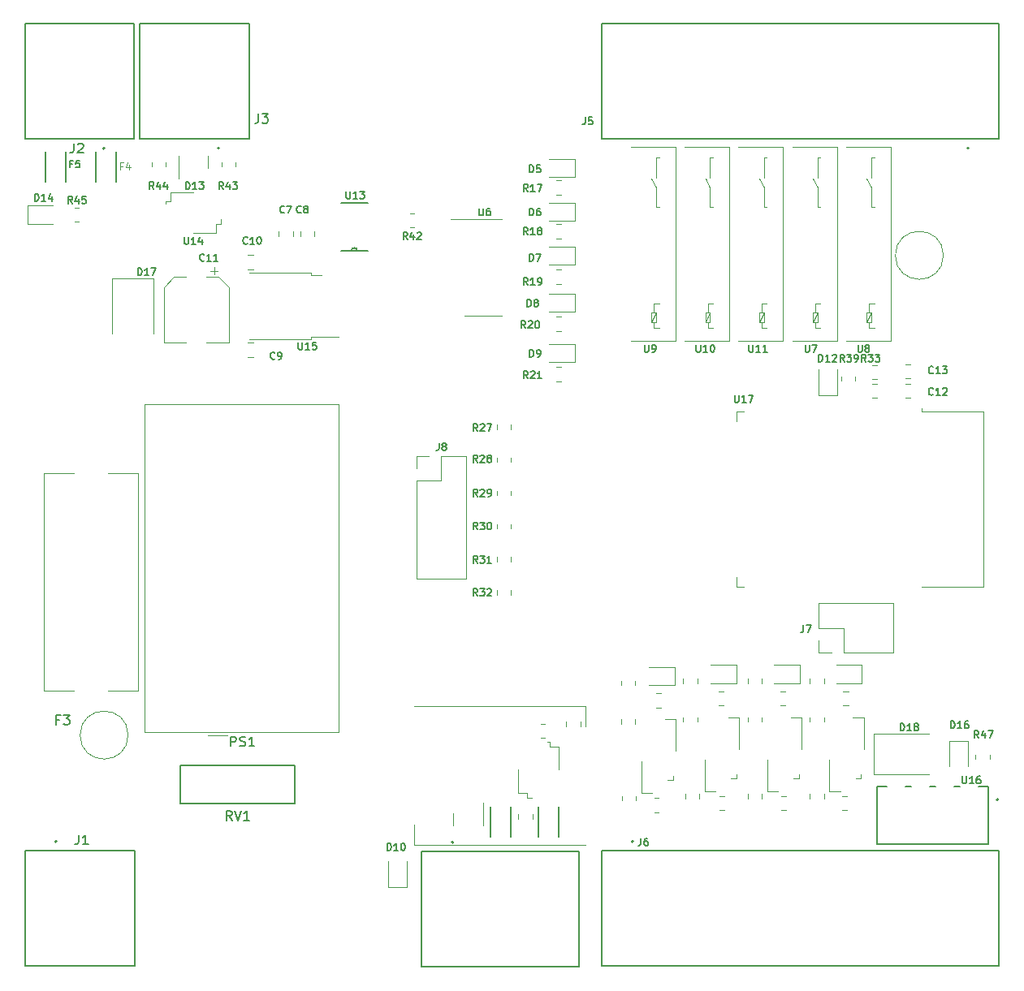
<source format=gbr>
%TF.GenerationSoftware,KiCad,Pcbnew,7.0.5*%
%TF.CreationDate,2023-07-28T21:19:53-04:00*%
%TF.ProjectId,proyecto de cuatrinestre,70726f79-6563-4746-9f20-646520637561,rev?*%
%TF.SameCoordinates,Original*%
%TF.FileFunction,Legend,Top*%
%TF.FilePolarity,Positive*%
%FSLAX46Y46*%
G04 Gerber Fmt 4.6, Leading zero omitted, Abs format (unit mm)*
G04 Created by KiCad (PCBNEW 7.0.5) date 2023-07-28 21:19:53*
%MOMM*%
%LPD*%
G01*
G04 APERTURE LIST*
%ADD10C,0.100000*%
%ADD11C,0.150000*%
%ADD12C,0.120441*%
%ADD13C,0.120000*%
%ADD14C,0.127000*%
%ADD15C,0.200000*%
%ADD16C,0.152400*%
G04 APERTURE END LIST*
D10*
X172580000Y-174297500D02*
G75*
G03*
X172580000Y-174297500I-2502340J0D01*
G01*
X257582340Y-124250000D02*
G75*
G03*
X257582340Y-124250000I-2502340J0D01*
G01*
D11*
%TO.C,D13*%
X178589285Y-117339164D02*
X178589285Y-116589164D01*
X178589285Y-116589164D02*
X178767856Y-116589164D01*
X178767856Y-116589164D02*
X178874999Y-116624878D01*
X178874999Y-116624878D02*
X178946428Y-116696307D01*
X178946428Y-116696307D02*
X178982142Y-116767735D01*
X178982142Y-116767735D02*
X179017856Y-116910592D01*
X179017856Y-116910592D02*
X179017856Y-117017735D01*
X179017856Y-117017735D02*
X178982142Y-117160592D01*
X178982142Y-117160592D02*
X178946428Y-117232021D01*
X178946428Y-117232021D02*
X178874999Y-117303450D01*
X178874999Y-117303450D02*
X178767856Y-117339164D01*
X178767856Y-117339164D02*
X178589285Y-117339164D01*
X179732142Y-117339164D02*
X179303571Y-117339164D01*
X179517856Y-117339164D02*
X179517856Y-116589164D01*
X179517856Y-116589164D02*
X179446428Y-116696307D01*
X179446428Y-116696307D02*
X179374999Y-116767735D01*
X179374999Y-116767735D02*
X179303571Y-116803450D01*
X179982142Y-116589164D02*
X180446428Y-116589164D01*
X180446428Y-116589164D02*
X180196428Y-116874878D01*
X180196428Y-116874878D02*
X180303571Y-116874878D01*
X180303571Y-116874878D02*
X180375000Y-116910592D01*
X180375000Y-116910592D02*
X180410714Y-116946307D01*
X180410714Y-116946307D02*
X180446428Y-117017735D01*
X180446428Y-117017735D02*
X180446428Y-117196307D01*
X180446428Y-117196307D02*
X180410714Y-117267735D01*
X180410714Y-117267735D02*
X180375000Y-117303450D01*
X180375000Y-117303450D02*
X180303571Y-117339164D01*
X180303571Y-117339164D02*
X180089285Y-117339164D01*
X180089285Y-117339164D02*
X180017857Y-117303450D01*
X180017857Y-117303450D02*
X179982142Y-117267735D01*
%TO.C,U6*%
X209178571Y-119339164D02*
X209178571Y-119946307D01*
X209178571Y-119946307D02*
X209214285Y-120017735D01*
X209214285Y-120017735D02*
X209250000Y-120053450D01*
X209250000Y-120053450D02*
X209321428Y-120089164D01*
X209321428Y-120089164D02*
X209464285Y-120089164D01*
X209464285Y-120089164D02*
X209535714Y-120053450D01*
X209535714Y-120053450D02*
X209571428Y-120017735D01*
X209571428Y-120017735D02*
X209607142Y-119946307D01*
X209607142Y-119946307D02*
X209607142Y-119339164D01*
X210285714Y-119339164D02*
X210142856Y-119339164D01*
X210142856Y-119339164D02*
X210071428Y-119374878D01*
X210071428Y-119374878D02*
X210035714Y-119410592D01*
X210035714Y-119410592D02*
X209964285Y-119517735D01*
X209964285Y-119517735D02*
X209928571Y-119660592D01*
X209928571Y-119660592D02*
X209928571Y-119946307D01*
X209928571Y-119946307D02*
X209964285Y-120017735D01*
X209964285Y-120017735D02*
X209999999Y-120053450D01*
X209999999Y-120053450D02*
X210071428Y-120089164D01*
X210071428Y-120089164D02*
X210214285Y-120089164D01*
X210214285Y-120089164D02*
X210285714Y-120053450D01*
X210285714Y-120053450D02*
X210321428Y-120017735D01*
X210321428Y-120017735D02*
X210357142Y-119946307D01*
X210357142Y-119946307D02*
X210357142Y-119767735D01*
X210357142Y-119767735D02*
X210321428Y-119696307D01*
X210321428Y-119696307D02*
X210285714Y-119660592D01*
X210285714Y-119660592D02*
X210214285Y-119624878D01*
X210214285Y-119624878D02*
X210071428Y-119624878D01*
X210071428Y-119624878D02*
X209999999Y-119660592D01*
X209999999Y-119660592D02*
X209964285Y-119696307D01*
X209964285Y-119696307D02*
X209928571Y-119767735D01*
%TO.C,D8*%
X214196428Y-129589164D02*
X214196428Y-128839164D01*
X214196428Y-128839164D02*
X214374999Y-128839164D01*
X214374999Y-128839164D02*
X214482142Y-128874878D01*
X214482142Y-128874878D02*
X214553571Y-128946307D01*
X214553571Y-128946307D02*
X214589285Y-129017735D01*
X214589285Y-129017735D02*
X214624999Y-129160592D01*
X214624999Y-129160592D02*
X214624999Y-129267735D01*
X214624999Y-129267735D02*
X214589285Y-129410592D01*
X214589285Y-129410592D02*
X214553571Y-129482021D01*
X214553571Y-129482021D02*
X214482142Y-129553450D01*
X214482142Y-129553450D02*
X214374999Y-129589164D01*
X214374999Y-129589164D02*
X214196428Y-129589164D01*
X215053571Y-129160592D02*
X214982142Y-129124878D01*
X214982142Y-129124878D02*
X214946428Y-129089164D01*
X214946428Y-129089164D02*
X214910714Y-129017735D01*
X214910714Y-129017735D02*
X214910714Y-128982021D01*
X214910714Y-128982021D02*
X214946428Y-128910592D01*
X214946428Y-128910592D02*
X214982142Y-128874878D01*
X214982142Y-128874878D02*
X215053571Y-128839164D01*
X215053571Y-128839164D02*
X215196428Y-128839164D01*
X215196428Y-128839164D02*
X215267857Y-128874878D01*
X215267857Y-128874878D02*
X215303571Y-128910592D01*
X215303571Y-128910592D02*
X215339285Y-128982021D01*
X215339285Y-128982021D02*
X215339285Y-129017735D01*
X215339285Y-129017735D02*
X215303571Y-129089164D01*
X215303571Y-129089164D02*
X215267857Y-129124878D01*
X215267857Y-129124878D02*
X215196428Y-129160592D01*
X215196428Y-129160592D02*
X215053571Y-129160592D01*
X215053571Y-129160592D02*
X214982142Y-129196307D01*
X214982142Y-129196307D02*
X214946428Y-129232021D01*
X214946428Y-129232021D02*
X214910714Y-129303450D01*
X214910714Y-129303450D02*
X214910714Y-129446307D01*
X214910714Y-129446307D02*
X214946428Y-129517735D01*
X214946428Y-129517735D02*
X214982142Y-129553450D01*
X214982142Y-129553450D02*
X215053571Y-129589164D01*
X215053571Y-129589164D02*
X215196428Y-129589164D01*
X215196428Y-129589164D02*
X215267857Y-129553450D01*
X215267857Y-129553450D02*
X215303571Y-129517735D01*
X215303571Y-129517735D02*
X215339285Y-129446307D01*
X215339285Y-129446307D02*
X215339285Y-129303450D01*
X215339285Y-129303450D02*
X215303571Y-129232021D01*
X215303571Y-129232021D02*
X215267857Y-129196307D01*
X215267857Y-129196307D02*
X215196428Y-129160592D01*
%TO.C,R32*%
X209017856Y-159767664D02*
X208767856Y-159410521D01*
X208589285Y-159767664D02*
X208589285Y-159017664D01*
X208589285Y-159017664D02*
X208874999Y-159017664D01*
X208874999Y-159017664D02*
X208946428Y-159053378D01*
X208946428Y-159053378D02*
X208982142Y-159089092D01*
X208982142Y-159089092D02*
X209017856Y-159160521D01*
X209017856Y-159160521D02*
X209017856Y-159267664D01*
X209017856Y-159267664D02*
X208982142Y-159339092D01*
X208982142Y-159339092D02*
X208946428Y-159374807D01*
X208946428Y-159374807D02*
X208874999Y-159410521D01*
X208874999Y-159410521D02*
X208589285Y-159410521D01*
X209267856Y-159017664D02*
X209732142Y-159017664D01*
X209732142Y-159017664D02*
X209482142Y-159303378D01*
X209482142Y-159303378D02*
X209589285Y-159303378D01*
X209589285Y-159303378D02*
X209660714Y-159339092D01*
X209660714Y-159339092D02*
X209696428Y-159374807D01*
X209696428Y-159374807D02*
X209732142Y-159446235D01*
X209732142Y-159446235D02*
X209732142Y-159624807D01*
X209732142Y-159624807D02*
X209696428Y-159696235D01*
X209696428Y-159696235D02*
X209660714Y-159731950D01*
X209660714Y-159731950D02*
X209589285Y-159767664D01*
X209589285Y-159767664D02*
X209374999Y-159767664D01*
X209374999Y-159767664D02*
X209303571Y-159731950D01*
X209303571Y-159731950D02*
X209267856Y-159696235D01*
X210017857Y-159089092D02*
X210053571Y-159053378D01*
X210053571Y-159053378D02*
X210125000Y-159017664D01*
X210125000Y-159017664D02*
X210303571Y-159017664D01*
X210303571Y-159017664D02*
X210375000Y-159053378D01*
X210375000Y-159053378D02*
X210410714Y-159089092D01*
X210410714Y-159089092D02*
X210446428Y-159160521D01*
X210446428Y-159160521D02*
X210446428Y-159231950D01*
X210446428Y-159231950D02*
X210410714Y-159339092D01*
X210410714Y-159339092D02*
X209982142Y-159767664D01*
X209982142Y-159767664D02*
X210446428Y-159767664D01*
%TO.C,U16*%
X259571428Y-178589164D02*
X259571428Y-179196307D01*
X259571428Y-179196307D02*
X259607142Y-179267735D01*
X259607142Y-179267735D02*
X259642857Y-179303450D01*
X259642857Y-179303450D02*
X259714285Y-179339164D01*
X259714285Y-179339164D02*
X259857142Y-179339164D01*
X259857142Y-179339164D02*
X259928571Y-179303450D01*
X259928571Y-179303450D02*
X259964285Y-179267735D01*
X259964285Y-179267735D02*
X259999999Y-179196307D01*
X259999999Y-179196307D02*
X259999999Y-178589164D01*
X260749999Y-179339164D02*
X260321428Y-179339164D01*
X260535713Y-179339164D02*
X260535713Y-178589164D01*
X260535713Y-178589164D02*
X260464285Y-178696307D01*
X260464285Y-178696307D02*
X260392856Y-178767735D01*
X260392856Y-178767735D02*
X260321428Y-178803450D01*
X261392857Y-178589164D02*
X261249999Y-178589164D01*
X261249999Y-178589164D02*
X261178571Y-178624878D01*
X261178571Y-178624878D02*
X261142857Y-178660592D01*
X261142857Y-178660592D02*
X261071428Y-178767735D01*
X261071428Y-178767735D02*
X261035714Y-178910592D01*
X261035714Y-178910592D02*
X261035714Y-179196307D01*
X261035714Y-179196307D02*
X261071428Y-179267735D01*
X261071428Y-179267735D02*
X261107142Y-179303450D01*
X261107142Y-179303450D02*
X261178571Y-179339164D01*
X261178571Y-179339164D02*
X261321428Y-179339164D01*
X261321428Y-179339164D02*
X261392857Y-179303450D01*
X261392857Y-179303450D02*
X261428571Y-179267735D01*
X261428571Y-179267735D02*
X261464285Y-179196307D01*
X261464285Y-179196307D02*
X261464285Y-179017735D01*
X261464285Y-179017735D02*
X261428571Y-178946307D01*
X261428571Y-178946307D02*
X261392857Y-178910592D01*
X261392857Y-178910592D02*
X261321428Y-178874878D01*
X261321428Y-178874878D02*
X261178571Y-178874878D01*
X261178571Y-178874878D02*
X261107142Y-178910592D01*
X261107142Y-178910592D02*
X261071428Y-178946307D01*
X261071428Y-178946307D02*
X261035714Y-179017735D01*
%TO.C,D12*%
X244589285Y-135339164D02*
X244589285Y-134589164D01*
X244589285Y-134589164D02*
X244767856Y-134589164D01*
X244767856Y-134589164D02*
X244874999Y-134624878D01*
X244874999Y-134624878D02*
X244946428Y-134696307D01*
X244946428Y-134696307D02*
X244982142Y-134767735D01*
X244982142Y-134767735D02*
X245017856Y-134910592D01*
X245017856Y-134910592D02*
X245017856Y-135017735D01*
X245017856Y-135017735D02*
X244982142Y-135160592D01*
X244982142Y-135160592D02*
X244946428Y-135232021D01*
X244946428Y-135232021D02*
X244874999Y-135303450D01*
X244874999Y-135303450D02*
X244767856Y-135339164D01*
X244767856Y-135339164D02*
X244589285Y-135339164D01*
X245732142Y-135339164D02*
X245303571Y-135339164D01*
X245517856Y-135339164D02*
X245517856Y-134589164D01*
X245517856Y-134589164D02*
X245446428Y-134696307D01*
X245446428Y-134696307D02*
X245374999Y-134767735D01*
X245374999Y-134767735D02*
X245303571Y-134803450D01*
X246017857Y-134660592D02*
X246053571Y-134624878D01*
X246053571Y-134624878D02*
X246125000Y-134589164D01*
X246125000Y-134589164D02*
X246303571Y-134589164D01*
X246303571Y-134589164D02*
X246375000Y-134624878D01*
X246375000Y-134624878D02*
X246410714Y-134660592D01*
X246410714Y-134660592D02*
X246446428Y-134732021D01*
X246446428Y-134732021D02*
X246446428Y-134803450D01*
X246446428Y-134803450D02*
X246410714Y-134910592D01*
X246410714Y-134910592D02*
X245982142Y-135339164D01*
X245982142Y-135339164D02*
X246446428Y-135339164D01*
%TO.C,F3*%
X165416666Y-172681009D02*
X165083333Y-172681009D01*
X165083333Y-173204819D02*
X165083333Y-172204819D01*
X165083333Y-172204819D02*
X165559523Y-172204819D01*
X165845238Y-172204819D02*
X166464285Y-172204819D01*
X166464285Y-172204819D02*
X166130952Y-172585771D01*
X166130952Y-172585771D02*
X166273809Y-172585771D01*
X166273809Y-172585771D02*
X166369047Y-172633390D01*
X166369047Y-172633390D02*
X166416666Y-172681009D01*
X166416666Y-172681009D02*
X166464285Y-172776247D01*
X166464285Y-172776247D02*
X166464285Y-173014342D01*
X166464285Y-173014342D02*
X166416666Y-173109580D01*
X166416666Y-173109580D02*
X166369047Y-173157200D01*
X166369047Y-173157200D02*
X166273809Y-173204819D01*
X166273809Y-173204819D02*
X165988095Y-173204819D01*
X165988095Y-173204819D02*
X165892857Y-173157200D01*
X165892857Y-173157200D02*
X165845238Y-173109580D01*
%TO.C,U17*%
X235821428Y-138839164D02*
X235821428Y-139446307D01*
X235821428Y-139446307D02*
X235857142Y-139517735D01*
X235857142Y-139517735D02*
X235892857Y-139553450D01*
X235892857Y-139553450D02*
X235964285Y-139589164D01*
X235964285Y-139589164D02*
X236107142Y-139589164D01*
X236107142Y-139589164D02*
X236178571Y-139553450D01*
X236178571Y-139553450D02*
X236214285Y-139517735D01*
X236214285Y-139517735D02*
X236249999Y-139446307D01*
X236249999Y-139446307D02*
X236249999Y-138839164D01*
X236999999Y-139589164D02*
X236571428Y-139589164D01*
X236785713Y-139589164D02*
X236785713Y-138839164D01*
X236785713Y-138839164D02*
X236714285Y-138946307D01*
X236714285Y-138946307D02*
X236642856Y-139017735D01*
X236642856Y-139017735D02*
X236571428Y-139053450D01*
X237249999Y-138839164D02*
X237749999Y-138839164D01*
X237749999Y-138839164D02*
X237428571Y-139589164D01*
%TO.C,R47*%
X261267856Y-174589164D02*
X261017856Y-174232021D01*
X260839285Y-174589164D02*
X260839285Y-173839164D01*
X260839285Y-173839164D02*
X261124999Y-173839164D01*
X261124999Y-173839164D02*
X261196428Y-173874878D01*
X261196428Y-173874878D02*
X261232142Y-173910592D01*
X261232142Y-173910592D02*
X261267856Y-173982021D01*
X261267856Y-173982021D02*
X261267856Y-174089164D01*
X261267856Y-174089164D02*
X261232142Y-174160592D01*
X261232142Y-174160592D02*
X261196428Y-174196307D01*
X261196428Y-174196307D02*
X261124999Y-174232021D01*
X261124999Y-174232021D02*
X260839285Y-174232021D01*
X261910714Y-174089164D02*
X261910714Y-174589164D01*
X261732142Y-173803450D02*
X261553571Y-174339164D01*
X261553571Y-174339164D02*
X262017856Y-174339164D01*
X262232142Y-173839164D02*
X262732142Y-173839164D01*
X262732142Y-173839164D02*
X262410714Y-174589164D01*
%TO.C,R39*%
X247267856Y-135339164D02*
X247017856Y-134982021D01*
X246839285Y-135339164D02*
X246839285Y-134589164D01*
X246839285Y-134589164D02*
X247124999Y-134589164D01*
X247124999Y-134589164D02*
X247196428Y-134624878D01*
X247196428Y-134624878D02*
X247232142Y-134660592D01*
X247232142Y-134660592D02*
X247267856Y-134732021D01*
X247267856Y-134732021D02*
X247267856Y-134839164D01*
X247267856Y-134839164D02*
X247232142Y-134910592D01*
X247232142Y-134910592D02*
X247196428Y-134946307D01*
X247196428Y-134946307D02*
X247124999Y-134982021D01*
X247124999Y-134982021D02*
X246839285Y-134982021D01*
X247517856Y-134589164D02*
X247982142Y-134589164D01*
X247982142Y-134589164D02*
X247732142Y-134874878D01*
X247732142Y-134874878D02*
X247839285Y-134874878D01*
X247839285Y-134874878D02*
X247910714Y-134910592D01*
X247910714Y-134910592D02*
X247946428Y-134946307D01*
X247946428Y-134946307D02*
X247982142Y-135017735D01*
X247982142Y-135017735D02*
X247982142Y-135196307D01*
X247982142Y-135196307D02*
X247946428Y-135267735D01*
X247946428Y-135267735D02*
X247910714Y-135303450D01*
X247910714Y-135303450D02*
X247839285Y-135339164D01*
X247839285Y-135339164D02*
X247624999Y-135339164D01*
X247624999Y-135339164D02*
X247553571Y-135303450D01*
X247553571Y-135303450D02*
X247517856Y-135267735D01*
X248339285Y-135339164D02*
X248482142Y-135339164D01*
X248482142Y-135339164D02*
X248553571Y-135303450D01*
X248553571Y-135303450D02*
X248589285Y-135267735D01*
X248589285Y-135267735D02*
X248660714Y-135160592D01*
X248660714Y-135160592D02*
X248696428Y-135017735D01*
X248696428Y-135017735D02*
X248696428Y-134732021D01*
X248696428Y-134732021D02*
X248660714Y-134660592D01*
X248660714Y-134660592D02*
X248625000Y-134624878D01*
X248625000Y-134624878D02*
X248553571Y-134589164D01*
X248553571Y-134589164D02*
X248410714Y-134589164D01*
X248410714Y-134589164D02*
X248339285Y-134624878D01*
X248339285Y-134624878D02*
X248303571Y-134660592D01*
X248303571Y-134660592D02*
X248267857Y-134732021D01*
X248267857Y-134732021D02*
X248267857Y-134910592D01*
X248267857Y-134910592D02*
X248303571Y-134982021D01*
X248303571Y-134982021D02*
X248339285Y-135017735D01*
X248339285Y-135017735D02*
X248410714Y-135053450D01*
X248410714Y-135053450D02*
X248553571Y-135053450D01*
X248553571Y-135053450D02*
X248625000Y-135017735D01*
X248625000Y-135017735D02*
X248660714Y-134982021D01*
X248660714Y-134982021D02*
X248696428Y-134910592D01*
%TO.C,R44*%
X175267856Y-117339164D02*
X175017856Y-116982021D01*
X174839285Y-117339164D02*
X174839285Y-116589164D01*
X174839285Y-116589164D02*
X175124999Y-116589164D01*
X175124999Y-116589164D02*
X175196428Y-116624878D01*
X175196428Y-116624878D02*
X175232142Y-116660592D01*
X175232142Y-116660592D02*
X175267856Y-116732021D01*
X175267856Y-116732021D02*
X175267856Y-116839164D01*
X175267856Y-116839164D02*
X175232142Y-116910592D01*
X175232142Y-116910592D02*
X175196428Y-116946307D01*
X175196428Y-116946307D02*
X175124999Y-116982021D01*
X175124999Y-116982021D02*
X174839285Y-116982021D01*
X175910714Y-116839164D02*
X175910714Y-117339164D01*
X175732142Y-116553450D02*
X175553571Y-117089164D01*
X175553571Y-117089164D02*
X176017856Y-117089164D01*
X176625000Y-116839164D02*
X176625000Y-117339164D01*
X176446428Y-116553450D02*
X176267857Y-117089164D01*
X176267857Y-117089164D02*
X176732142Y-117089164D01*
%TO.C,U13*%
X195321428Y-117589164D02*
X195321428Y-118196307D01*
X195321428Y-118196307D02*
X195357142Y-118267735D01*
X195357142Y-118267735D02*
X195392857Y-118303450D01*
X195392857Y-118303450D02*
X195464285Y-118339164D01*
X195464285Y-118339164D02*
X195607142Y-118339164D01*
X195607142Y-118339164D02*
X195678571Y-118303450D01*
X195678571Y-118303450D02*
X195714285Y-118267735D01*
X195714285Y-118267735D02*
X195749999Y-118196307D01*
X195749999Y-118196307D02*
X195749999Y-117589164D01*
X196499999Y-118339164D02*
X196071428Y-118339164D01*
X196285713Y-118339164D02*
X196285713Y-117589164D01*
X196285713Y-117589164D02*
X196214285Y-117696307D01*
X196214285Y-117696307D02*
X196142856Y-117767735D01*
X196142856Y-117767735D02*
X196071428Y-117803450D01*
X196749999Y-117589164D02*
X197214285Y-117589164D01*
X197214285Y-117589164D02*
X196964285Y-117874878D01*
X196964285Y-117874878D02*
X197071428Y-117874878D01*
X197071428Y-117874878D02*
X197142857Y-117910592D01*
X197142857Y-117910592D02*
X197178571Y-117946307D01*
X197178571Y-117946307D02*
X197214285Y-118017735D01*
X197214285Y-118017735D02*
X197214285Y-118196307D01*
X197214285Y-118196307D02*
X197178571Y-118267735D01*
X197178571Y-118267735D02*
X197142857Y-118303450D01*
X197142857Y-118303450D02*
X197071428Y-118339164D01*
X197071428Y-118339164D02*
X196857142Y-118339164D01*
X196857142Y-118339164D02*
X196785714Y-118303450D01*
X196785714Y-118303450D02*
X196749999Y-118267735D01*
%TO.C,D6*%
X214446428Y-120089164D02*
X214446428Y-119339164D01*
X214446428Y-119339164D02*
X214624999Y-119339164D01*
X214624999Y-119339164D02*
X214732142Y-119374878D01*
X214732142Y-119374878D02*
X214803571Y-119446307D01*
X214803571Y-119446307D02*
X214839285Y-119517735D01*
X214839285Y-119517735D02*
X214874999Y-119660592D01*
X214874999Y-119660592D02*
X214874999Y-119767735D01*
X214874999Y-119767735D02*
X214839285Y-119910592D01*
X214839285Y-119910592D02*
X214803571Y-119982021D01*
X214803571Y-119982021D02*
X214732142Y-120053450D01*
X214732142Y-120053450D02*
X214624999Y-120089164D01*
X214624999Y-120089164D02*
X214446428Y-120089164D01*
X215517857Y-119339164D02*
X215374999Y-119339164D01*
X215374999Y-119339164D02*
X215303571Y-119374878D01*
X215303571Y-119374878D02*
X215267857Y-119410592D01*
X215267857Y-119410592D02*
X215196428Y-119517735D01*
X215196428Y-119517735D02*
X215160714Y-119660592D01*
X215160714Y-119660592D02*
X215160714Y-119946307D01*
X215160714Y-119946307D02*
X215196428Y-120017735D01*
X215196428Y-120017735D02*
X215232142Y-120053450D01*
X215232142Y-120053450D02*
X215303571Y-120089164D01*
X215303571Y-120089164D02*
X215446428Y-120089164D01*
X215446428Y-120089164D02*
X215517857Y-120053450D01*
X215517857Y-120053450D02*
X215553571Y-120017735D01*
X215553571Y-120017735D02*
X215589285Y-119946307D01*
X215589285Y-119946307D02*
X215589285Y-119767735D01*
X215589285Y-119767735D02*
X215553571Y-119696307D01*
X215553571Y-119696307D02*
X215517857Y-119660592D01*
X215517857Y-119660592D02*
X215446428Y-119624878D01*
X215446428Y-119624878D02*
X215303571Y-119624878D01*
X215303571Y-119624878D02*
X215232142Y-119660592D01*
X215232142Y-119660592D02*
X215196428Y-119696307D01*
X215196428Y-119696307D02*
X215160714Y-119767735D01*
%TO.C,C12*%
X256517856Y-138767735D02*
X256482142Y-138803450D01*
X256482142Y-138803450D02*
X256374999Y-138839164D01*
X256374999Y-138839164D02*
X256303571Y-138839164D01*
X256303571Y-138839164D02*
X256196428Y-138803450D01*
X256196428Y-138803450D02*
X256124999Y-138732021D01*
X256124999Y-138732021D02*
X256089285Y-138660592D01*
X256089285Y-138660592D02*
X256053571Y-138517735D01*
X256053571Y-138517735D02*
X256053571Y-138410592D01*
X256053571Y-138410592D02*
X256089285Y-138267735D01*
X256089285Y-138267735D02*
X256124999Y-138196307D01*
X256124999Y-138196307D02*
X256196428Y-138124878D01*
X256196428Y-138124878D02*
X256303571Y-138089164D01*
X256303571Y-138089164D02*
X256374999Y-138089164D01*
X256374999Y-138089164D02*
X256482142Y-138124878D01*
X256482142Y-138124878D02*
X256517856Y-138160592D01*
X257232142Y-138839164D02*
X256803571Y-138839164D01*
X257017856Y-138839164D02*
X257017856Y-138089164D01*
X257017856Y-138089164D02*
X256946428Y-138196307D01*
X256946428Y-138196307D02*
X256874999Y-138267735D01*
X256874999Y-138267735D02*
X256803571Y-138303450D01*
X257517857Y-138160592D02*
X257553571Y-138124878D01*
X257553571Y-138124878D02*
X257625000Y-138089164D01*
X257625000Y-138089164D02*
X257803571Y-138089164D01*
X257803571Y-138089164D02*
X257875000Y-138124878D01*
X257875000Y-138124878D02*
X257910714Y-138160592D01*
X257910714Y-138160592D02*
X257946428Y-138232021D01*
X257946428Y-138232021D02*
X257946428Y-138303450D01*
X257946428Y-138303450D02*
X257910714Y-138410592D01*
X257910714Y-138410592D02*
X257482142Y-138839164D01*
X257482142Y-138839164D02*
X257946428Y-138839164D01*
%TO.C,R30*%
X209017856Y-152858864D02*
X208767856Y-152501721D01*
X208589285Y-152858864D02*
X208589285Y-152108864D01*
X208589285Y-152108864D02*
X208874999Y-152108864D01*
X208874999Y-152108864D02*
X208946428Y-152144578D01*
X208946428Y-152144578D02*
X208982142Y-152180292D01*
X208982142Y-152180292D02*
X209017856Y-152251721D01*
X209017856Y-152251721D02*
X209017856Y-152358864D01*
X209017856Y-152358864D02*
X208982142Y-152430292D01*
X208982142Y-152430292D02*
X208946428Y-152466007D01*
X208946428Y-152466007D02*
X208874999Y-152501721D01*
X208874999Y-152501721D02*
X208589285Y-152501721D01*
X209267856Y-152108864D02*
X209732142Y-152108864D01*
X209732142Y-152108864D02*
X209482142Y-152394578D01*
X209482142Y-152394578D02*
X209589285Y-152394578D01*
X209589285Y-152394578D02*
X209660714Y-152430292D01*
X209660714Y-152430292D02*
X209696428Y-152466007D01*
X209696428Y-152466007D02*
X209732142Y-152537435D01*
X209732142Y-152537435D02*
X209732142Y-152716007D01*
X209732142Y-152716007D02*
X209696428Y-152787435D01*
X209696428Y-152787435D02*
X209660714Y-152823150D01*
X209660714Y-152823150D02*
X209589285Y-152858864D01*
X209589285Y-152858864D02*
X209374999Y-152858864D01*
X209374999Y-152858864D02*
X209303571Y-152823150D01*
X209303571Y-152823150D02*
X209267856Y-152787435D01*
X210196428Y-152108864D02*
X210267857Y-152108864D01*
X210267857Y-152108864D02*
X210339285Y-152144578D01*
X210339285Y-152144578D02*
X210375000Y-152180292D01*
X210375000Y-152180292D02*
X210410714Y-152251721D01*
X210410714Y-152251721D02*
X210446428Y-152394578D01*
X210446428Y-152394578D02*
X210446428Y-152573150D01*
X210446428Y-152573150D02*
X210410714Y-152716007D01*
X210410714Y-152716007D02*
X210375000Y-152787435D01*
X210375000Y-152787435D02*
X210339285Y-152823150D01*
X210339285Y-152823150D02*
X210267857Y-152858864D01*
X210267857Y-152858864D02*
X210196428Y-152858864D01*
X210196428Y-152858864D02*
X210125000Y-152823150D01*
X210125000Y-152823150D02*
X210089285Y-152787435D01*
X210089285Y-152787435D02*
X210053571Y-152716007D01*
X210053571Y-152716007D02*
X210017857Y-152573150D01*
X210017857Y-152573150D02*
X210017857Y-152394578D01*
X210017857Y-152394578D02*
X210053571Y-152251721D01*
X210053571Y-152251721D02*
X210089285Y-152180292D01*
X210089285Y-152180292D02*
X210125000Y-152144578D01*
X210125000Y-152144578D02*
X210196428Y-152108864D01*
%TO.C,R45*%
X166767856Y-118839164D02*
X166517856Y-118482021D01*
X166339285Y-118839164D02*
X166339285Y-118089164D01*
X166339285Y-118089164D02*
X166624999Y-118089164D01*
X166624999Y-118089164D02*
X166696428Y-118124878D01*
X166696428Y-118124878D02*
X166732142Y-118160592D01*
X166732142Y-118160592D02*
X166767856Y-118232021D01*
X166767856Y-118232021D02*
X166767856Y-118339164D01*
X166767856Y-118339164D02*
X166732142Y-118410592D01*
X166732142Y-118410592D02*
X166696428Y-118446307D01*
X166696428Y-118446307D02*
X166624999Y-118482021D01*
X166624999Y-118482021D02*
X166339285Y-118482021D01*
X167410714Y-118339164D02*
X167410714Y-118839164D01*
X167232142Y-118053450D02*
X167053571Y-118589164D01*
X167053571Y-118589164D02*
X167517856Y-118589164D01*
X168160714Y-118089164D02*
X167803571Y-118089164D01*
X167803571Y-118089164D02*
X167767857Y-118446307D01*
X167767857Y-118446307D02*
X167803571Y-118410592D01*
X167803571Y-118410592D02*
X167875000Y-118374878D01*
X167875000Y-118374878D02*
X168053571Y-118374878D01*
X168053571Y-118374878D02*
X168125000Y-118410592D01*
X168125000Y-118410592D02*
X168160714Y-118446307D01*
X168160714Y-118446307D02*
X168196428Y-118517735D01*
X168196428Y-118517735D02*
X168196428Y-118696307D01*
X168196428Y-118696307D02*
X168160714Y-118767735D01*
X168160714Y-118767735D02*
X168125000Y-118803450D01*
X168125000Y-118803450D02*
X168053571Y-118839164D01*
X168053571Y-118839164D02*
X167875000Y-118839164D01*
X167875000Y-118839164D02*
X167803571Y-118803450D01*
X167803571Y-118803450D02*
X167767857Y-118767735D01*
%TO.C,PS1*%
X183285714Y-175454819D02*
X183285714Y-174454819D01*
X183285714Y-174454819D02*
X183666666Y-174454819D01*
X183666666Y-174454819D02*
X183761904Y-174502438D01*
X183761904Y-174502438D02*
X183809523Y-174550057D01*
X183809523Y-174550057D02*
X183857142Y-174645295D01*
X183857142Y-174645295D02*
X183857142Y-174788152D01*
X183857142Y-174788152D02*
X183809523Y-174883390D01*
X183809523Y-174883390D02*
X183761904Y-174931009D01*
X183761904Y-174931009D02*
X183666666Y-174978628D01*
X183666666Y-174978628D02*
X183285714Y-174978628D01*
X184238095Y-175407200D02*
X184380952Y-175454819D01*
X184380952Y-175454819D02*
X184619047Y-175454819D01*
X184619047Y-175454819D02*
X184714285Y-175407200D01*
X184714285Y-175407200D02*
X184761904Y-175359580D01*
X184761904Y-175359580D02*
X184809523Y-175264342D01*
X184809523Y-175264342D02*
X184809523Y-175169104D01*
X184809523Y-175169104D02*
X184761904Y-175073866D01*
X184761904Y-175073866D02*
X184714285Y-175026247D01*
X184714285Y-175026247D02*
X184619047Y-174978628D01*
X184619047Y-174978628D02*
X184428571Y-174931009D01*
X184428571Y-174931009D02*
X184333333Y-174883390D01*
X184333333Y-174883390D02*
X184285714Y-174835771D01*
X184285714Y-174835771D02*
X184238095Y-174740533D01*
X184238095Y-174740533D02*
X184238095Y-174645295D01*
X184238095Y-174645295D02*
X184285714Y-174550057D01*
X184285714Y-174550057D02*
X184333333Y-174502438D01*
X184333333Y-174502438D02*
X184428571Y-174454819D01*
X184428571Y-174454819D02*
X184666666Y-174454819D01*
X184666666Y-174454819D02*
X184809523Y-174502438D01*
X185761904Y-175454819D02*
X185190476Y-175454819D01*
X185476190Y-175454819D02*
X185476190Y-174454819D01*
X185476190Y-174454819D02*
X185380952Y-174597676D01*
X185380952Y-174597676D02*
X185285714Y-174692914D01*
X185285714Y-174692914D02*
X185190476Y-174740533D01*
%TO.C,J1*%
X167416666Y-184704819D02*
X167416666Y-185419104D01*
X167416666Y-185419104D02*
X167369047Y-185561961D01*
X167369047Y-185561961D02*
X167273809Y-185657200D01*
X167273809Y-185657200D02*
X167130952Y-185704819D01*
X167130952Y-185704819D02*
X167035714Y-185704819D01*
X168416666Y-185704819D02*
X167845238Y-185704819D01*
X168130952Y-185704819D02*
X168130952Y-184704819D01*
X168130952Y-184704819D02*
X168035714Y-184847676D01*
X168035714Y-184847676D02*
X167940476Y-184942914D01*
X167940476Y-184942914D02*
X167845238Y-184990533D01*
%TO.C,C9*%
X187874999Y-135017735D02*
X187839285Y-135053450D01*
X187839285Y-135053450D02*
X187732142Y-135089164D01*
X187732142Y-135089164D02*
X187660714Y-135089164D01*
X187660714Y-135089164D02*
X187553571Y-135053450D01*
X187553571Y-135053450D02*
X187482142Y-134982021D01*
X187482142Y-134982021D02*
X187446428Y-134910592D01*
X187446428Y-134910592D02*
X187410714Y-134767735D01*
X187410714Y-134767735D02*
X187410714Y-134660592D01*
X187410714Y-134660592D02*
X187446428Y-134517735D01*
X187446428Y-134517735D02*
X187482142Y-134446307D01*
X187482142Y-134446307D02*
X187553571Y-134374878D01*
X187553571Y-134374878D02*
X187660714Y-134339164D01*
X187660714Y-134339164D02*
X187732142Y-134339164D01*
X187732142Y-134339164D02*
X187839285Y-134374878D01*
X187839285Y-134374878D02*
X187874999Y-134410592D01*
X188232142Y-135089164D02*
X188374999Y-135089164D01*
X188374999Y-135089164D02*
X188446428Y-135053450D01*
X188446428Y-135053450D02*
X188482142Y-135017735D01*
X188482142Y-135017735D02*
X188553571Y-134910592D01*
X188553571Y-134910592D02*
X188589285Y-134767735D01*
X188589285Y-134767735D02*
X188589285Y-134482021D01*
X188589285Y-134482021D02*
X188553571Y-134410592D01*
X188553571Y-134410592D02*
X188517857Y-134374878D01*
X188517857Y-134374878D02*
X188446428Y-134339164D01*
X188446428Y-134339164D02*
X188303571Y-134339164D01*
X188303571Y-134339164D02*
X188232142Y-134374878D01*
X188232142Y-134374878D02*
X188196428Y-134410592D01*
X188196428Y-134410592D02*
X188160714Y-134482021D01*
X188160714Y-134482021D02*
X188160714Y-134660592D01*
X188160714Y-134660592D02*
X188196428Y-134732021D01*
X188196428Y-134732021D02*
X188232142Y-134767735D01*
X188232142Y-134767735D02*
X188303571Y-134803450D01*
X188303571Y-134803450D02*
X188446428Y-134803450D01*
X188446428Y-134803450D02*
X188517857Y-134767735D01*
X188517857Y-134767735D02*
X188553571Y-134732021D01*
X188553571Y-134732021D02*
X188589285Y-134660592D01*
%TO.C,U8*%
X248678571Y-133589164D02*
X248678571Y-134196307D01*
X248678571Y-134196307D02*
X248714285Y-134267735D01*
X248714285Y-134267735D02*
X248750000Y-134303450D01*
X248750000Y-134303450D02*
X248821428Y-134339164D01*
X248821428Y-134339164D02*
X248964285Y-134339164D01*
X248964285Y-134339164D02*
X249035714Y-134303450D01*
X249035714Y-134303450D02*
X249071428Y-134267735D01*
X249071428Y-134267735D02*
X249107142Y-134196307D01*
X249107142Y-134196307D02*
X249107142Y-133589164D01*
X249571428Y-133910592D02*
X249499999Y-133874878D01*
X249499999Y-133874878D02*
X249464285Y-133839164D01*
X249464285Y-133839164D02*
X249428571Y-133767735D01*
X249428571Y-133767735D02*
X249428571Y-133732021D01*
X249428571Y-133732021D02*
X249464285Y-133660592D01*
X249464285Y-133660592D02*
X249499999Y-133624878D01*
X249499999Y-133624878D02*
X249571428Y-133589164D01*
X249571428Y-133589164D02*
X249714285Y-133589164D01*
X249714285Y-133589164D02*
X249785714Y-133624878D01*
X249785714Y-133624878D02*
X249821428Y-133660592D01*
X249821428Y-133660592D02*
X249857142Y-133732021D01*
X249857142Y-133732021D02*
X249857142Y-133767735D01*
X249857142Y-133767735D02*
X249821428Y-133839164D01*
X249821428Y-133839164D02*
X249785714Y-133874878D01*
X249785714Y-133874878D02*
X249714285Y-133910592D01*
X249714285Y-133910592D02*
X249571428Y-133910592D01*
X249571428Y-133910592D02*
X249499999Y-133946307D01*
X249499999Y-133946307D02*
X249464285Y-133982021D01*
X249464285Y-133982021D02*
X249428571Y-134053450D01*
X249428571Y-134053450D02*
X249428571Y-134196307D01*
X249428571Y-134196307D02*
X249464285Y-134267735D01*
X249464285Y-134267735D02*
X249499999Y-134303450D01*
X249499999Y-134303450D02*
X249571428Y-134339164D01*
X249571428Y-134339164D02*
X249714285Y-134339164D01*
X249714285Y-134339164D02*
X249785714Y-134303450D01*
X249785714Y-134303450D02*
X249821428Y-134267735D01*
X249821428Y-134267735D02*
X249857142Y-134196307D01*
X249857142Y-134196307D02*
X249857142Y-134053450D01*
X249857142Y-134053450D02*
X249821428Y-133982021D01*
X249821428Y-133982021D02*
X249785714Y-133946307D01*
X249785714Y-133946307D02*
X249714285Y-133910592D01*
%TO.C,R29*%
X209017856Y-149404464D02*
X208767856Y-149047321D01*
X208589285Y-149404464D02*
X208589285Y-148654464D01*
X208589285Y-148654464D02*
X208874999Y-148654464D01*
X208874999Y-148654464D02*
X208946428Y-148690178D01*
X208946428Y-148690178D02*
X208982142Y-148725892D01*
X208982142Y-148725892D02*
X209017856Y-148797321D01*
X209017856Y-148797321D02*
X209017856Y-148904464D01*
X209017856Y-148904464D02*
X208982142Y-148975892D01*
X208982142Y-148975892D02*
X208946428Y-149011607D01*
X208946428Y-149011607D02*
X208874999Y-149047321D01*
X208874999Y-149047321D02*
X208589285Y-149047321D01*
X209303571Y-148725892D02*
X209339285Y-148690178D01*
X209339285Y-148690178D02*
X209410714Y-148654464D01*
X209410714Y-148654464D02*
X209589285Y-148654464D01*
X209589285Y-148654464D02*
X209660714Y-148690178D01*
X209660714Y-148690178D02*
X209696428Y-148725892D01*
X209696428Y-148725892D02*
X209732142Y-148797321D01*
X209732142Y-148797321D02*
X209732142Y-148868750D01*
X209732142Y-148868750D02*
X209696428Y-148975892D01*
X209696428Y-148975892D02*
X209267856Y-149404464D01*
X209267856Y-149404464D02*
X209732142Y-149404464D01*
X210089285Y-149404464D02*
X210232142Y-149404464D01*
X210232142Y-149404464D02*
X210303571Y-149368750D01*
X210303571Y-149368750D02*
X210339285Y-149333035D01*
X210339285Y-149333035D02*
X210410714Y-149225892D01*
X210410714Y-149225892D02*
X210446428Y-149083035D01*
X210446428Y-149083035D02*
X210446428Y-148797321D01*
X210446428Y-148797321D02*
X210410714Y-148725892D01*
X210410714Y-148725892D02*
X210375000Y-148690178D01*
X210375000Y-148690178D02*
X210303571Y-148654464D01*
X210303571Y-148654464D02*
X210160714Y-148654464D01*
X210160714Y-148654464D02*
X210089285Y-148690178D01*
X210089285Y-148690178D02*
X210053571Y-148725892D01*
X210053571Y-148725892D02*
X210017857Y-148797321D01*
X210017857Y-148797321D02*
X210017857Y-148975892D01*
X210017857Y-148975892D02*
X210053571Y-149047321D01*
X210053571Y-149047321D02*
X210089285Y-149083035D01*
X210089285Y-149083035D02*
X210160714Y-149118750D01*
X210160714Y-149118750D02*
X210303571Y-149118750D01*
X210303571Y-149118750D02*
X210375000Y-149083035D01*
X210375000Y-149083035D02*
X210410714Y-149047321D01*
X210410714Y-149047321D02*
X210446428Y-148975892D01*
%TO.C,J2*%
X166916666Y-112574819D02*
X166916666Y-113289104D01*
X166916666Y-113289104D02*
X166869047Y-113431961D01*
X166869047Y-113431961D02*
X166773809Y-113527200D01*
X166773809Y-113527200D02*
X166630952Y-113574819D01*
X166630952Y-113574819D02*
X166535714Y-113574819D01*
X167345238Y-112670057D02*
X167392857Y-112622438D01*
X167392857Y-112622438D02*
X167488095Y-112574819D01*
X167488095Y-112574819D02*
X167726190Y-112574819D01*
X167726190Y-112574819D02*
X167821428Y-112622438D01*
X167821428Y-112622438D02*
X167869047Y-112670057D01*
X167869047Y-112670057D02*
X167916666Y-112765295D01*
X167916666Y-112765295D02*
X167916666Y-112860533D01*
X167916666Y-112860533D02*
X167869047Y-113003390D01*
X167869047Y-113003390D02*
X167297619Y-113574819D01*
X167297619Y-113574819D02*
X167916666Y-113574819D01*
%TO.C,R28*%
X209017856Y-145839164D02*
X208767856Y-145482021D01*
X208589285Y-145839164D02*
X208589285Y-145089164D01*
X208589285Y-145089164D02*
X208874999Y-145089164D01*
X208874999Y-145089164D02*
X208946428Y-145124878D01*
X208946428Y-145124878D02*
X208982142Y-145160592D01*
X208982142Y-145160592D02*
X209017856Y-145232021D01*
X209017856Y-145232021D02*
X209017856Y-145339164D01*
X209017856Y-145339164D02*
X208982142Y-145410592D01*
X208982142Y-145410592D02*
X208946428Y-145446307D01*
X208946428Y-145446307D02*
X208874999Y-145482021D01*
X208874999Y-145482021D02*
X208589285Y-145482021D01*
X209303571Y-145160592D02*
X209339285Y-145124878D01*
X209339285Y-145124878D02*
X209410714Y-145089164D01*
X209410714Y-145089164D02*
X209589285Y-145089164D01*
X209589285Y-145089164D02*
X209660714Y-145124878D01*
X209660714Y-145124878D02*
X209696428Y-145160592D01*
X209696428Y-145160592D02*
X209732142Y-145232021D01*
X209732142Y-145232021D02*
X209732142Y-145303450D01*
X209732142Y-145303450D02*
X209696428Y-145410592D01*
X209696428Y-145410592D02*
X209267856Y-145839164D01*
X209267856Y-145839164D02*
X209732142Y-145839164D01*
X210160714Y-145410592D02*
X210089285Y-145374878D01*
X210089285Y-145374878D02*
X210053571Y-145339164D01*
X210053571Y-145339164D02*
X210017857Y-145267735D01*
X210017857Y-145267735D02*
X210017857Y-145232021D01*
X210017857Y-145232021D02*
X210053571Y-145160592D01*
X210053571Y-145160592D02*
X210089285Y-145124878D01*
X210089285Y-145124878D02*
X210160714Y-145089164D01*
X210160714Y-145089164D02*
X210303571Y-145089164D01*
X210303571Y-145089164D02*
X210375000Y-145124878D01*
X210375000Y-145124878D02*
X210410714Y-145160592D01*
X210410714Y-145160592D02*
X210446428Y-145232021D01*
X210446428Y-145232021D02*
X210446428Y-145267735D01*
X210446428Y-145267735D02*
X210410714Y-145339164D01*
X210410714Y-145339164D02*
X210375000Y-145374878D01*
X210375000Y-145374878D02*
X210303571Y-145410592D01*
X210303571Y-145410592D02*
X210160714Y-145410592D01*
X210160714Y-145410592D02*
X210089285Y-145446307D01*
X210089285Y-145446307D02*
X210053571Y-145482021D01*
X210053571Y-145482021D02*
X210017857Y-145553450D01*
X210017857Y-145553450D02*
X210017857Y-145696307D01*
X210017857Y-145696307D02*
X210053571Y-145767735D01*
X210053571Y-145767735D02*
X210089285Y-145803450D01*
X210089285Y-145803450D02*
X210160714Y-145839164D01*
X210160714Y-145839164D02*
X210303571Y-145839164D01*
X210303571Y-145839164D02*
X210375000Y-145803450D01*
X210375000Y-145803450D02*
X210410714Y-145767735D01*
X210410714Y-145767735D02*
X210446428Y-145696307D01*
X210446428Y-145696307D02*
X210446428Y-145553450D01*
X210446428Y-145553450D02*
X210410714Y-145482021D01*
X210410714Y-145482021D02*
X210375000Y-145446307D01*
X210375000Y-145446307D02*
X210303571Y-145410592D01*
%TO.C,C13*%
X256517856Y-136517735D02*
X256482142Y-136553450D01*
X256482142Y-136553450D02*
X256374999Y-136589164D01*
X256374999Y-136589164D02*
X256303571Y-136589164D01*
X256303571Y-136589164D02*
X256196428Y-136553450D01*
X256196428Y-136553450D02*
X256124999Y-136482021D01*
X256124999Y-136482021D02*
X256089285Y-136410592D01*
X256089285Y-136410592D02*
X256053571Y-136267735D01*
X256053571Y-136267735D02*
X256053571Y-136160592D01*
X256053571Y-136160592D02*
X256089285Y-136017735D01*
X256089285Y-136017735D02*
X256124999Y-135946307D01*
X256124999Y-135946307D02*
X256196428Y-135874878D01*
X256196428Y-135874878D02*
X256303571Y-135839164D01*
X256303571Y-135839164D02*
X256374999Y-135839164D01*
X256374999Y-135839164D02*
X256482142Y-135874878D01*
X256482142Y-135874878D02*
X256517856Y-135910592D01*
X257232142Y-136589164D02*
X256803571Y-136589164D01*
X257017856Y-136589164D02*
X257017856Y-135839164D01*
X257017856Y-135839164D02*
X256946428Y-135946307D01*
X256946428Y-135946307D02*
X256874999Y-136017735D01*
X256874999Y-136017735D02*
X256803571Y-136053450D01*
X257482142Y-135839164D02*
X257946428Y-135839164D01*
X257946428Y-135839164D02*
X257696428Y-136124878D01*
X257696428Y-136124878D02*
X257803571Y-136124878D01*
X257803571Y-136124878D02*
X257875000Y-136160592D01*
X257875000Y-136160592D02*
X257910714Y-136196307D01*
X257910714Y-136196307D02*
X257946428Y-136267735D01*
X257946428Y-136267735D02*
X257946428Y-136446307D01*
X257946428Y-136446307D02*
X257910714Y-136517735D01*
X257910714Y-136517735D02*
X257875000Y-136553450D01*
X257875000Y-136553450D02*
X257803571Y-136589164D01*
X257803571Y-136589164D02*
X257589285Y-136589164D01*
X257589285Y-136589164D02*
X257517857Y-136553450D01*
X257517857Y-136553450D02*
X257482142Y-136517735D01*
%TO.C,U11*%
X237321428Y-133589164D02*
X237321428Y-134196307D01*
X237321428Y-134196307D02*
X237357142Y-134267735D01*
X237357142Y-134267735D02*
X237392857Y-134303450D01*
X237392857Y-134303450D02*
X237464285Y-134339164D01*
X237464285Y-134339164D02*
X237607142Y-134339164D01*
X237607142Y-134339164D02*
X237678571Y-134303450D01*
X237678571Y-134303450D02*
X237714285Y-134267735D01*
X237714285Y-134267735D02*
X237749999Y-134196307D01*
X237749999Y-134196307D02*
X237749999Y-133589164D01*
X238499999Y-134339164D02*
X238071428Y-134339164D01*
X238285713Y-134339164D02*
X238285713Y-133589164D01*
X238285713Y-133589164D02*
X238214285Y-133696307D01*
X238214285Y-133696307D02*
X238142856Y-133767735D01*
X238142856Y-133767735D02*
X238071428Y-133803450D01*
X239214285Y-134339164D02*
X238785714Y-134339164D01*
X238999999Y-134339164D02*
X238999999Y-133589164D01*
X238999999Y-133589164D02*
X238928571Y-133696307D01*
X238928571Y-133696307D02*
X238857142Y-133767735D01*
X238857142Y-133767735D02*
X238785714Y-133803450D01*
%TO.C,J8*%
X205000000Y-143839164D02*
X205000000Y-144374878D01*
X205000000Y-144374878D02*
X204964285Y-144482021D01*
X204964285Y-144482021D02*
X204892857Y-144553450D01*
X204892857Y-144553450D02*
X204785714Y-144589164D01*
X204785714Y-144589164D02*
X204714285Y-144589164D01*
X205464286Y-144160592D02*
X205392857Y-144124878D01*
X205392857Y-144124878D02*
X205357143Y-144089164D01*
X205357143Y-144089164D02*
X205321429Y-144017735D01*
X205321429Y-144017735D02*
X205321429Y-143982021D01*
X205321429Y-143982021D02*
X205357143Y-143910592D01*
X205357143Y-143910592D02*
X205392857Y-143874878D01*
X205392857Y-143874878D02*
X205464286Y-143839164D01*
X205464286Y-143839164D02*
X205607143Y-143839164D01*
X205607143Y-143839164D02*
X205678572Y-143874878D01*
X205678572Y-143874878D02*
X205714286Y-143910592D01*
X205714286Y-143910592D02*
X205750000Y-143982021D01*
X205750000Y-143982021D02*
X205750000Y-144017735D01*
X205750000Y-144017735D02*
X205714286Y-144089164D01*
X205714286Y-144089164D02*
X205678572Y-144124878D01*
X205678572Y-144124878D02*
X205607143Y-144160592D01*
X205607143Y-144160592D02*
X205464286Y-144160592D01*
X205464286Y-144160592D02*
X205392857Y-144196307D01*
X205392857Y-144196307D02*
X205357143Y-144232021D01*
X205357143Y-144232021D02*
X205321429Y-144303450D01*
X205321429Y-144303450D02*
X205321429Y-144446307D01*
X205321429Y-144446307D02*
X205357143Y-144517735D01*
X205357143Y-144517735D02*
X205392857Y-144553450D01*
X205392857Y-144553450D02*
X205464286Y-144589164D01*
X205464286Y-144589164D02*
X205607143Y-144589164D01*
X205607143Y-144589164D02*
X205678572Y-144553450D01*
X205678572Y-144553450D02*
X205714286Y-144517735D01*
X205714286Y-144517735D02*
X205750000Y-144446307D01*
X205750000Y-144446307D02*
X205750000Y-144303450D01*
X205750000Y-144303450D02*
X205714286Y-144232021D01*
X205714286Y-144232021D02*
X205678572Y-144196307D01*
X205678572Y-144196307D02*
X205607143Y-144160592D01*
%TO.C,C10*%
X185017856Y-123017735D02*
X184982142Y-123053450D01*
X184982142Y-123053450D02*
X184874999Y-123089164D01*
X184874999Y-123089164D02*
X184803571Y-123089164D01*
X184803571Y-123089164D02*
X184696428Y-123053450D01*
X184696428Y-123053450D02*
X184624999Y-122982021D01*
X184624999Y-122982021D02*
X184589285Y-122910592D01*
X184589285Y-122910592D02*
X184553571Y-122767735D01*
X184553571Y-122767735D02*
X184553571Y-122660592D01*
X184553571Y-122660592D02*
X184589285Y-122517735D01*
X184589285Y-122517735D02*
X184624999Y-122446307D01*
X184624999Y-122446307D02*
X184696428Y-122374878D01*
X184696428Y-122374878D02*
X184803571Y-122339164D01*
X184803571Y-122339164D02*
X184874999Y-122339164D01*
X184874999Y-122339164D02*
X184982142Y-122374878D01*
X184982142Y-122374878D02*
X185017856Y-122410592D01*
X185732142Y-123089164D02*
X185303571Y-123089164D01*
X185517856Y-123089164D02*
X185517856Y-122339164D01*
X185517856Y-122339164D02*
X185446428Y-122446307D01*
X185446428Y-122446307D02*
X185374999Y-122517735D01*
X185374999Y-122517735D02*
X185303571Y-122553450D01*
X186196428Y-122339164D02*
X186267857Y-122339164D01*
X186267857Y-122339164D02*
X186339285Y-122374878D01*
X186339285Y-122374878D02*
X186375000Y-122410592D01*
X186375000Y-122410592D02*
X186410714Y-122482021D01*
X186410714Y-122482021D02*
X186446428Y-122624878D01*
X186446428Y-122624878D02*
X186446428Y-122803450D01*
X186446428Y-122803450D02*
X186410714Y-122946307D01*
X186410714Y-122946307D02*
X186375000Y-123017735D01*
X186375000Y-123017735D02*
X186339285Y-123053450D01*
X186339285Y-123053450D02*
X186267857Y-123089164D01*
X186267857Y-123089164D02*
X186196428Y-123089164D01*
X186196428Y-123089164D02*
X186125000Y-123053450D01*
X186125000Y-123053450D02*
X186089285Y-123017735D01*
X186089285Y-123017735D02*
X186053571Y-122946307D01*
X186053571Y-122946307D02*
X186017857Y-122803450D01*
X186017857Y-122803450D02*
X186017857Y-122624878D01*
X186017857Y-122624878D02*
X186053571Y-122482021D01*
X186053571Y-122482021D02*
X186089285Y-122410592D01*
X186089285Y-122410592D02*
X186125000Y-122374878D01*
X186125000Y-122374878D02*
X186196428Y-122339164D01*
%TO.C,R33*%
X249517856Y-135339164D02*
X249267856Y-134982021D01*
X249089285Y-135339164D02*
X249089285Y-134589164D01*
X249089285Y-134589164D02*
X249374999Y-134589164D01*
X249374999Y-134589164D02*
X249446428Y-134624878D01*
X249446428Y-134624878D02*
X249482142Y-134660592D01*
X249482142Y-134660592D02*
X249517856Y-134732021D01*
X249517856Y-134732021D02*
X249517856Y-134839164D01*
X249517856Y-134839164D02*
X249482142Y-134910592D01*
X249482142Y-134910592D02*
X249446428Y-134946307D01*
X249446428Y-134946307D02*
X249374999Y-134982021D01*
X249374999Y-134982021D02*
X249089285Y-134982021D01*
X249767856Y-134589164D02*
X250232142Y-134589164D01*
X250232142Y-134589164D02*
X249982142Y-134874878D01*
X249982142Y-134874878D02*
X250089285Y-134874878D01*
X250089285Y-134874878D02*
X250160714Y-134910592D01*
X250160714Y-134910592D02*
X250196428Y-134946307D01*
X250196428Y-134946307D02*
X250232142Y-135017735D01*
X250232142Y-135017735D02*
X250232142Y-135196307D01*
X250232142Y-135196307D02*
X250196428Y-135267735D01*
X250196428Y-135267735D02*
X250160714Y-135303450D01*
X250160714Y-135303450D02*
X250089285Y-135339164D01*
X250089285Y-135339164D02*
X249874999Y-135339164D01*
X249874999Y-135339164D02*
X249803571Y-135303450D01*
X249803571Y-135303450D02*
X249767856Y-135267735D01*
X250482142Y-134589164D02*
X250946428Y-134589164D01*
X250946428Y-134589164D02*
X250696428Y-134874878D01*
X250696428Y-134874878D02*
X250803571Y-134874878D01*
X250803571Y-134874878D02*
X250875000Y-134910592D01*
X250875000Y-134910592D02*
X250910714Y-134946307D01*
X250910714Y-134946307D02*
X250946428Y-135017735D01*
X250946428Y-135017735D02*
X250946428Y-135196307D01*
X250946428Y-135196307D02*
X250910714Y-135267735D01*
X250910714Y-135267735D02*
X250875000Y-135303450D01*
X250875000Y-135303450D02*
X250803571Y-135339164D01*
X250803571Y-135339164D02*
X250589285Y-135339164D01*
X250589285Y-135339164D02*
X250517857Y-135303450D01*
X250517857Y-135303450D02*
X250482142Y-135267735D01*
%TO.C,R17*%
X214267856Y-117589164D02*
X214017856Y-117232021D01*
X213839285Y-117589164D02*
X213839285Y-116839164D01*
X213839285Y-116839164D02*
X214124999Y-116839164D01*
X214124999Y-116839164D02*
X214196428Y-116874878D01*
X214196428Y-116874878D02*
X214232142Y-116910592D01*
X214232142Y-116910592D02*
X214267856Y-116982021D01*
X214267856Y-116982021D02*
X214267856Y-117089164D01*
X214267856Y-117089164D02*
X214232142Y-117160592D01*
X214232142Y-117160592D02*
X214196428Y-117196307D01*
X214196428Y-117196307D02*
X214124999Y-117232021D01*
X214124999Y-117232021D02*
X213839285Y-117232021D01*
X214982142Y-117589164D02*
X214553571Y-117589164D01*
X214767856Y-117589164D02*
X214767856Y-116839164D01*
X214767856Y-116839164D02*
X214696428Y-116946307D01*
X214696428Y-116946307D02*
X214624999Y-117017735D01*
X214624999Y-117017735D02*
X214553571Y-117053450D01*
X215232142Y-116839164D02*
X215732142Y-116839164D01*
X215732142Y-116839164D02*
X215410714Y-117589164D01*
%TO.C,D10*%
X199589285Y-186339164D02*
X199589285Y-185589164D01*
X199589285Y-185589164D02*
X199767856Y-185589164D01*
X199767856Y-185589164D02*
X199874999Y-185624878D01*
X199874999Y-185624878D02*
X199946428Y-185696307D01*
X199946428Y-185696307D02*
X199982142Y-185767735D01*
X199982142Y-185767735D02*
X200017856Y-185910592D01*
X200017856Y-185910592D02*
X200017856Y-186017735D01*
X200017856Y-186017735D02*
X199982142Y-186160592D01*
X199982142Y-186160592D02*
X199946428Y-186232021D01*
X199946428Y-186232021D02*
X199874999Y-186303450D01*
X199874999Y-186303450D02*
X199767856Y-186339164D01*
X199767856Y-186339164D02*
X199589285Y-186339164D01*
X200732142Y-186339164D02*
X200303571Y-186339164D01*
X200517856Y-186339164D02*
X200517856Y-185589164D01*
X200517856Y-185589164D02*
X200446428Y-185696307D01*
X200446428Y-185696307D02*
X200374999Y-185767735D01*
X200374999Y-185767735D02*
X200303571Y-185803450D01*
X201196428Y-185589164D02*
X201267857Y-185589164D01*
X201267857Y-185589164D02*
X201339285Y-185624878D01*
X201339285Y-185624878D02*
X201375000Y-185660592D01*
X201375000Y-185660592D02*
X201410714Y-185732021D01*
X201410714Y-185732021D02*
X201446428Y-185874878D01*
X201446428Y-185874878D02*
X201446428Y-186053450D01*
X201446428Y-186053450D02*
X201410714Y-186196307D01*
X201410714Y-186196307D02*
X201375000Y-186267735D01*
X201375000Y-186267735D02*
X201339285Y-186303450D01*
X201339285Y-186303450D02*
X201267857Y-186339164D01*
X201267857Y-186339164D02*
X201196428Y-186339164D01*
X201196428Y-186339164D02*
X201125000Y-186303450D01*
X201125000Y-186303450D02*
X201089285Y-186267735D01*
X201089285Y-186267735D02*
X201053571Y-186196307D01*
X201053571Y-186196307D02*
X201017857Y-186053450D01*
X201017857Y-186053450D02*
X201017857Y-185874878D01*
X201017857Y-185874878D02*
X201053571Y-185732021D01*
X201053571Y-185732021D02*
X201089285Y-185660592D01*
X201089285Y-185660592D02*
X201125000Y-185624878D01*
X201125000Y-185624878D02*
X201196428Y-185589164D01*
%TO.C,U7*%
X243178571Y-133589164D02*
X243178571Y-134196307D01*
X243178571Y-134196307D02*
X243214285Y-134267735D01*
X243214285Y-134267735D02*
X243250000Y-134303450D01*
X243250000Y-134303450D02*
X243321428Y-134339164D01*
X243321428Y-134339164D02*
X243464285Y-134339164D01*
X243464285Y-134339164D02*
X243535714Y-134303450D01*
X243535714Y-134303450D02*
X243571428Y-134267735D01*
X243571428Y-134267735D02*
X243607142Y-134196307D01*
X243607142Y-134196307D02*
X243607142Y-133589164D01*
X243892856Y-133589164D02*
X244392856Y-133589164D01*
X244392856Y-133589164D02*
X244071428Y-134339164D01*
%TO.C,R43*%
X182517856Y-117339164D02*
X182267856Y-116982021D01*
X182089285Y-117339164D02*
X182089285Y-116589164D01*
X182089285Y-116589164D02*
X182374999Y-116589164D01*
X182374999Y-116589164D02*
X182446428Y-116624878D01*
X182446428Y-116624878D02*
X182482142Y-116660592D01*
X182482142Y-116660592D02*
X182517856Y-116732021D01*
X182517856Y-116732021D02*
X182517856Y-116839164D01*
X182517856Y-116839164D02*
X182482142Y-116910592D01*
X182482142Y-116910592D02*
X182446428Y-116946307D01*
X182446428Y-116946307D02*
X182374999Y-116982021D01*
X182374999Y-116982021D02*
X182089285Y-116982021D01*
X183160714Y-116839164D02*
X183160714Y-117339164D01*
X182982142Y-116553450D02*
X182803571Y-117089164D01*
X182803571Y-117089164D02*
X183267856Y-117089164D01*
X183482142Y-116589164D02*
X183946428Y-116589164D01*
X183946428Y-116589164D02*
X183696428Y-116874878D01*
X183696428Y-116874878D02*
X183803571Y-116874878D01*
X183803571Y-116874878D02*
X183875000Y-116910592D01*
X183875000Y-116910592D02*
X183910714Y-116946307D01*
X183910714Y-116946307D02*
X183946428Y-117017735D01*
X183946428Y-117017735D02*
X183946428Y-117196307D01*
X183946428Y-117196307D02*
X183910714Y-117267735D01*
X183910714Y-117267735D02*
X183875000Y-117303450D01*
X183875000Y-117303450D02*
X183803571Y-117339164D01*
X183803571Y-117339164D02*
X183589285Y-117339164D01*
X183589285Y-117339164D02*
X183517857Y-117303450D01*
X183517857Y-117303450D02*
X183482142Y-117267735D01*
%TO.C,J5*%
X220250000Y-109839164D02*
X220250000Y-110374878D01*
X220250000Y-110374878D02*
X220214285Y-110482021D01*
X220214285Y-110482021D02*
X220142857Y-110553450D01*
X220142857Y-110553450D02*
X220035714Y-110589164D01*
X220035714Y-110589164D02*
X219964285Y-110589164D01*
X220964286Y-109839164D02*
X220607143Y-109839164D01*
X220607143Y-109839164D02*
X220571429Y-110196307D01*
X220571429Y-110196307D02*
X220607143Y-110160592D01*
X220607143Y-110160592D02*
X220678572Y-110124878D01*
X220678572Y-110124878D02*
X220857143Y-110124878D01*
X220857143Y-110124878D02*
X220928572Y-110160592D01*
X220928572Y-110160592D02*
X220964286Y-110196307D01*
X220964286Y-110196307D02*
X221000000Y-110267735D01*
X221000000Y-110267735D02*
X221000000Y-110446307D01*
X221000000Y-110446307D02*
X220964286Y-110517735D01*
X220964286Y-110517735D02*
X220928572Y-110553450D01*
X220928572Y-110553450D02*
X220857143Y-110589164D01*
X220857143Y-110589164D02*
X220678572Y-110589164D01*
X220678572Y-110589164D02*
X220607143Y-110553450D01*
X220607143Y-110553450D02*
X220571429Y-110517735D01*
%TO.C,R20*%
X214017856Y-131839164D02*
X213767856Y-131482021D01*
X213589285Y-131839164D02*
X213589285Y-131089164D01*
X213589285Y-131089164D02*
X213874999Y-131089164D01*
X213874999Y-131089164D02*
X213946428Y-131124878D01*
X213946428Y-131124878D02*
X213982142Y-131160592D01*
X213982142Y-131160592D02*
X214017856Y-131232021D01*
X214017856Y-131232021D02*
X214017856Y-131339164D01*
X214017856Y-131339164D02*
X213982142Y-131410592D01*
X213982142Y-131410592D02*
X213946428Y-131446307D01*
X213946428Y-131446307D02*
X213874999Y-131482021D01*
X213874999Y-131482021D02*
X213589285Y-131482021D01*
X214303571Y-131160592D02*
X214339285Y-131124878D01*
X214339285Y-131124878D02*
X214410714Y-131089164D01*
X214410714Y-131089164D02*
X214589285Y-131089164D01*
X214589285Y-131089164D02*
X214660714Y-131124878D01*
X214660714Y-131124878D02*
X214696428Y-131160592D01*
X214696428Y-131160592D02*
X214732142Y-131232021D01*
X214732142Y-131232021D02*
X214732142Y-131303450D01*
X214732142Y-131303450D02*
X214696428Y-131410592D01*
X214696428Y-131410592D02*
X214267856Y-131839164D01*
X214267856Y-131839164D02*
X214732142Y-131839164D01*
X215196428Y-131089164D02*
X215267857Y-131089164D01*
X215267857Y-131089164D02*
X215339285Y-131124878D01*
X215339285Y-131124878D02*
X215375000Y-131160592D01*
X215375000Y-131160592D02*
X215410714Y-131232021D01*
X215410714Y-131232021D02*
X215446428Y-131374878D01*
X215446428Y-131374878D02*
X215446428Y-131553450D01*
X215446428Y-131553450D02*
X215410714Y-131696307D01*
X215410714Y-131696307D02*
X215375000Y-131767735D01*
X215375000Y-131767735D02*
X215339285Y-131803450D01*
X215339285Y-131803450D02*
X215267857Y-131839164D01*
X215267857Y-131839164D02*
X215196428Y-131839164D01*
X215196428Y-131839164D02*
X215125000Y-131803450D01*
X215125000Y-131803450D02*
X215089285Y-131767735D01*
X215089285Y-131767735D02*
X215053571Y-131696307D01*
X215053571Y-131696307D02*
X215017857Y-131553450D01*
X215017857Y-131553450D02*
X215017857Y-131374878D01*
X215017857Y-131374878D02*
X215053571Y-131232021D01*
X215053571Y-131232021D02*
X215089285Y-131160592D01*
X215089285Y-131160592D02*
X215125000Y-131124878D01*
X215125000Y-131124878D02*
X215196428Y-131089164D01*
%TO.C,C7*%
X188874999Y-119767735D02*
X188839285Y-119803450D01*
X188839285Y-119803450D02*
X188732142Y-119839164D01*
X188732142Y-119839164D02*
X188660714Y-119839164D01*
X188660714Y-119839164D02*
X188553571Y-119803450D01*
X188553571Y-119803450D02*
X188482142Y-119732021D01*
X188482142Y-119732021D02*
X188446428Y-119660592D01*
X188446428Y-119660592D02*
X188410714Y-119517735D01*
X188410714Y-119517735D02*
X188410714Y-119410592D01*
X188410714Y-119410592D02*
X188446428Y-119267735D01*
X188446428Y-119267735D02*
X188482142Y-119196307D01*
X188482142Y-119196307D02*
X188553571Y-119124878D01*
X188553571Y-119124878D02*
X188660714Y-119089164D01*
X188660714Y-119089164D02*
X188732142Y-119089164D01*
X188732142Y-119089164D02*
X188839285Y-119124878D01*
X188839285Y-119124878D02*
X188874999Y-119160592D01*
X189124999Y-119089164D02*
X189624999Y-119089164D01*
X189624999Y-119089164D02*
X189303571Y-119839164D01*
%TO.C,U9*%
X226428571Y-133589164D02*
X226428571Y-134196307D01*
X226428571Y-134196307D02*
X226464285Y-134267735D01*
X226464285Y-134267735D02*
X226500000Y-134303450D01*
X226500000Y-134303450D02*
X226571428Y-134339164D01*
X226571428Y-134339164D02*
X226714285Y-134339164D01*
X226714285Y-134339164D02*
X226785714Y-134303450D01*
X226785714Y-134303450D02*
X226821428Y-134267735D01*
X226821428Y-134267735D02*
X226857142Y-134196307D01*
X226857142Y-134196307D02*
X226857142Y-133589164D01*
X227249999Y-134339164D02*
X227392856Y-134339164D01*
X227392856Y-134339164D02*
X227464285Y-134303450D01*
X227464285Y-134303450D02*
X227499999Y-134267735D01*
X227499999Y-134267735D02*
X227571428Y-134160592D01*
X227571428Y-134160592D02*
X227607142Y-134017735D01*
X227607142Y-134017735D02*
X227607142Y-133732021D01*
X227607142Y-133732021D02*
X227571428Y-133660592D01*
X227571428Y-133660592D02*
X227535714Y-133624878D01*
X227535714Y-133624878D02*
X227464285Y-133589164D01*
X227464285Y-133589164D02*
X227321428Y-133589164D01*
X227321428Y-133589164D02*
X227249999Y-133624878D01*
X227249999Y-133624878D02*
X227214285Y-133660592D01*
X227214285Y-133660592D02*
X227178571Y-133732021D01*
X227178571Y-133732021D02*
X227178571Y-133910592D01*
X227178571Y-133910592D02*
X227214285Y-133982021D01*
X227214285Y-133982021D02*
X227249999Y-134017735D01*
X227249999Y-134017735D02*
X227321428Y-134053450D01*
X227321428Y-134053450D02*
X227464285Y-134053450D01*
X227464285Y-134053450D02*
X227535714Y-134017735D01*
X227535714Y-134017735D02*
X227571428Y-133982021D01*
X227571428Y-133982021D02*
X227607142Y-133910592D01*
%TO.C,F5*%
X166750000Y-114696307D02*
X166500000Y-114696307D01*
X166500000Y-115089164D02*
X166500000Y-114339164D01*
X166500000Y-114339164D02*
X166857143Y-114339164D01*
X167500000Y-114339164D02*
X167142857Y-114339164D01*
X167142857Y-114339164D02*
X167107143Y-114696307D01*
X167107143Y-114696307D02*
X167142857Y-114660592D01*
X167142857Y-114660592D02*
X167214286Y-114624878D01*
X167214286Y-114624878D02*
X167392857Y-114624878D01*
X167392857Y-114624878D02*
X167464286Y-114660592D01*
X167464286Y-114660592D02*
X167500000Y-114696307D01*
X167500000Y-114696307D02*
X167535714Y-114767735D01*
X167535714Y-114767735D02*
X167535714Y-114946307D01*
X167535714Y-114946307D02*
X167500000Y-115017735D01*
X167500000Y-115017735D02*
X167464286Y-115053450D01*
X167464286Y-115053450D02*
X167392857Y-115089164D01*
X167392857Y-115089164D02*
X167214286Y-115089164D01*
X167214286Y-115089164D02*
X167142857Y-115053450D01*
X167142857Y-115053450D02*
X167107143Y-115017735D01*
%TO.C,J7*%
X243000000Y-162839164D02*
X243000000Y-163374878D01*
X243000000Y-163374878D02*
X242964285Y-163482021D01*
X242964285Y-163482021D02*
X242892857Y-163553450D01*
X242892857Y-163553450D02*
X242785714Y-163589164D01*
X242785714Y-163589164D02*
X242714285Y-163589164D01*
X243285714Y-162839164D02*
X243785714Y-162839164D01*
X243785714Y-162839164D02*
X243464286Y-163589164D01*
%TO.C,U15*%
X190321428Y-133339164D02*
X190321428Y-133946307D01*
X190321428Y-133946307D02*
X190357142Y-134017735D01*
X190357142Y-134017735D02*
X190392857Y-134053450D01*
X190392857Y-134053450D02*
X190464285Y-134089164D01*
X190464285Y-134089164D02*
X190607142Y-134089164D01*
X190607142Y-134089164D02*
X190678571Y-134053450D01*
X190678571Y-134053450D02*
X190714285Y-134017735D01*
X190714285Y-134017735D02*
X190749999Y-133946307D01*
X190749999Y-133946307D02*
X190749999Y-133339164D01*
X191499999Y-134089164D02*
X191071428Y-134089164D01*
X191285713Y-134089164D02*
X191285713Y-133339164D01*
X191285713Y-133339164D02*
X191214285Y-133446307D01*
X191214285Y-133446307D02*
X191142856Y-133517735D01*
X191142856Y-133517735D02*
X191071428Y-133553450D01*
X192178571Y-133339164D02*
X191821428Y-133339164D01*
X191821428Y-133339164D02*
X191785714Y-133696307D01*
X191785714Y-133696307D02*
X191821428Y-133660592D01*
X191821428Y-133660592D02*
X191892857Y-133624878D01*
X191892857Y-133624878D02*
X192071428Y-133624878D01*
X192071428Y-133624878D02*
X192142857Y-133660592D01*
X192142857Y-133660592D02*
X192178571Y-133696307D01*
X192178571Y-133696307D02*
X192214285Y-133767735D01*
X192214285Y-133767735D02*
X192214285Y-133946307D01*
X192214285Y-133946307D02*
X192178571Y-134017735D01*
X192178571Y-134017735D02*
X192142857Y-134053450D01*
X192142857Y-134053450D02*
X192071428Y-134089164D01*
X192071428Y-134089164D02*
X191892857Y-134089164D01*
X191892857Y-134089164D02*
X191821428Y-134053450D01*
X191821428Y-134053450D02*
X191785714Y-134017735D01*
%TO.C,D16*%
X258339285Y-173589164D02*
X258339285Y-172839164D01*
X258339285Y-172839164D02*
X258517856Y-172839164D01*
X258517856Y-172839164D02*
X258624999Y-172874878D01*
X258624999Y-172874878D02*
X258696428Y-172946307D01*
X258696428Y-172946307D02*
X258732142Y-173017735D01*
X258732142Y-173017735D02*
X258767856Y-173160592D01*
X258767856Y-173160592D02*
X258767856Y-173267735D01*
X258767856Y-173267735D02*
X258732142Y-173410592D01*
X258732142Y-173410592D02*
X258696428Y-173482021D01*
X258696428Y-173482021D02*
X258624999Y-173553450D01*
X258624999Y-173553450D02*
X258517856Y-173589164D01*
X258517856Y-173589164D02*
X258339285Y-173589164D01*
X259482142Y-173589164D02*
X259053571Y-173589164D01*
X259267856Y-173589164D02*
X259267856Y-172839164D01*
X259267856Y-172839164D02*
X259196428Y-172946307D01*
X259196428Y-172946307D02*
X259124999Y-173017735D01*
X259124999Y-173017735D02*
X259053571Y-173053450D01*
X260125000Y-172839164D02*
X259982142Y-172839164D01*
X259982142Y-172839164D02*
X259910714Y-172874878D01*
X259910714Y-172874878D02*
X259875000Y-172910592D01*
X259875000Y-172910592D02*
X259803571Y-173017735D01*
X259803571Y-173017735D02*
X259767857Y-173160592D01*
X259767857Y-173160592D02*
X259767857Y-173446307D01*
X259767857Y-173446307D02*
X259803571Y-173517735D01*
X259803571Y-173517735D02*
X259839285Y-173553450D01*
X259839285Y-173553450D02*
X259910714Y-173589164D01*
X259910714Y-173589164D02*
X260053571Y-173589164D01*
X260053571Y-173589164D02*
X260125000Y-173553450D01*
X260125000Y-173553450D02*
X260160714Y-173517735D01*
X260160714Y-173517735D02*
X260196428Y-173446307D01*
X260196428Y-173446307D02*
X260196428Y-173267735D01*
X260196428Y-173267735D02*
X260160714Y-173196307D01*
X260160714Y-173196307D02*
X260125000Y-173160592D01*
X260125000Y-173160592D02*
X260053571Y-173124878D01*
X260053571Y-173124878D02*
X259910714Y-173124878D01*
X259910714Y-173124878D02*
X259839285Y-173160592D01*
X259839285Y-173160592D02*
X259803571Y-173196307D01*
X259803571Y-173196307D02*
X259767857Y-173267735D01*
%TO.C,J6*%
X226060000Y-185059164D02*
X226060000Y-185594878D01*
X226060000Y-185594878D02*
X226024285Y-185702021D01*
X226024285Y-185702021D02*
X225952857Y-185773450D01*
X225952857Y-185773450D02*
X225845714Y-185809164D01*
X225845714Y-185809164D02*
X225774285Y-185809164D01*
X226738572Y-185059164D02*
X226595714Y-185059164D01*
X226595714Y-185059164D02*
X226524286Y-185094878D01*
X226524286Y-185094878D02*
X226488572Y-185130592D01*
X226488572Y-185130592D02*
X226417143Y-185237735D01*
X226417143Y-185237735D02*
X226381429Y-185380592D01*
X226381429Y-185380592D02*
X226381429Y-185666307D01*
X226381429Y-185666307D02*
X226417143Y-185737735D01*
X226417143Y-185737735D02*
X226452857Y-185773450D01*
X226452857Y-185773450D02*
X226524286Y-185809164D01*
X226524286Y-185809164D02*
X226667143Y-185809164D01*
X226667143Y-185809164D02*
X226738572Y-185773450D01*
X226738572Y-185773450D02*
X226774286Y-185737735D01*
X226774286Y-185737735D02*
X226810000Y-185666307D01*
X226810000Y-185666307D02*
X226810000Y-185487735D01*
X226810000Y-185487735D02*
X226774286Y-185416307D01*
X226774286Y-185416307D02*
X226738572Y-185380592D01*
X226738572Y-185380592D02*
X226667143Y-185344878D01*
X226667143Y-185344878D02*
X226524286Y-185344878D01*
X226524286Y-185344878D02*
X226452857Y-185380592D01*
X226452857Y-185380592D02*
X226417143Y-185416307D01*
X226417143Y-185416307D02*
X226381429Y-185487735D01*
%TO.C,R21*%
X214267856Y-137089164D02*
X214017856Y-136732021D01*
X213839285Y-137089164D02*
X213839285Y-136339164D01*
X213839285Y-136339164D02*
X214124999Y-136339164D01*
X214124999Y-136339164D02*
X214196428Y-136374878D01*
X214196428Y-136374878D02*
X214232142Y-136410592D01*
X214232142Y-136410592D02*
X214267856Y-136482021D01*
X214267856Y-136482021D02*
X214267856Y-136589164D01*
X214267856Y-136589164D02*
X214232142Y-136660592D01*
X214232142Y-136660592D02*
X214196428Y-136696307D01*
X214196428Y-136696307D02*
X214124999Y-136732021D01*
X214124999Y-136732021D02*
X213839285Y-136732021D01*
X214553571Y-136410592D02*
X214589285Y-136374878D01*
X214589285Y-136374878D02*
X214660714Y-136339164D01*
X214660714Y-136339164D02*
X214839285Y-136339164D01*
X214839285Y-136339164D02*
X214910714Y-136374878D01*
X214910714Y-136374878D02*
X214946428Y-136410592D01*
X214946428Y-136410592D02*
X214982142Y-136482021D01*
X214982142Y-136482021D02*
X214982142Y-136553450D01*
X214982142Y-136553450D02*
X214946428Y-136660592D01*
X214946428Y-136660592D02*
X214517856Y-137089164D01*
X214517856Y-137089164D02*
X214982142Y-137089164D01*
X215696428Y-137089164D02*
X215267857Y-137089164D01*
X215482142Y-137089164D02*
X215482142Y-136339164D01*
X215482142Y-136339164D02*
X215410714Y-136446307D01*
X215410714Y-136446307D02*
X215339285Y-136517735D01*
X215339285Y-136517735D02*
X215267857Y-136553450D01*
%TO.C,R19*%
X214267856Y-127339164D02*
X214017856Y-126982021D01*
X213839285Y-127339164D02*
X213839285Y-126589164D01*
X213839285Y-126589164D02*
X214124999Y-126589164D01*
X214124999Y-126589164D02*
X214196428Y-126624878D01*
X214196428Y-126624878D02*
X214232142Y-126660592D01*
X214232142Y-126660592D02*
X214267856Y-126732021D01*
X214267856Y-126732021D02*
X214267856Y-126839164D01*
X214267856Y-126839164D02*
X214232142Y-126910592D01*
X214232142Y-126910592D02*
X214196428Y-126946307D01*
X214196428Y-126946307D02*
X214124999Y-126982021D01*
X214124999Y-126982021D02*
X213839285Y-126982021D01*
X214982142Y-127339164D02*
X214553571Y-127339164D01*
X214767856Y-127339164D02*
X214767856Y-126589164D01*
X214767856Y-126589164D02*
X214696428Y-126696307D01*
X214696428Y-126696307D02*
X214624999Y-126767735D01*
X214624999Y-126767735D02*
X214553571Y-126803450D01*
X215339285Y-127339164D02*
X215482142Y-127339164D01*
X215482142Y-127339164D02*
X215553571Y-127303450D01*
X215553571Y-127303450D02*
X215589285Y-127267735D01*
X215589285Y-127267735D02*
X215660714Y-127160592D01*
X215660714Y-127160592D02*
X215696428Y-127017735D01*
X215696428Y-127017735D02*
X215696428Y-126732021D01*
X215696428Y-126732021D02*
X215660714Y-126660592D01*
X215660714Y-126660592D02*
X215625000Y-126624878D01*
X215625000Y-126624878D02*
X215553571Y-126589164D01*
X215553571Y-126589164D02*
X215410714Y-126589164D01*
X215410714Y-126589164D02*
X215339285Y-126624878D01*
X215339285Y-126624878D02*
X215303571Y-126660592D01*
X215303571Y-126660592D02*
X215267857Y-126732021D01*
X215267857Y-126732021D02*
X215267857Y-126910592D01*
X215267857Y-126910592D02*
X215303571Y-126982021D01*
X215303571Y-126982021D02*
X215339285Y-127017735D01*
X215339285Y-127017735D02*
X215410714Y-127053450D01*
X215410714Y-127053450D02*
X215553571Y-127053450D01*
X215553571Y-127053450D02*
X215625000Y-127017735D01*
X215625000Y-127017735D02*
X215660714Y-126982021D01*
X215660714Y-126982021D02*
X215696428Y-126910592D01*
%TO.C,R27*%
X209017856Y-142589164D02*
X208767856Y-142232021D01*
X208589285Y-142589164D02*
X208589285Y-141839164D01*
X208589285Y-141839164D02*
X208874999Y-141839164D01*
X208874999Y-141839164D02*
X208946428Y-141874878D01*
X208946428Y-141874878D02*
X208982142Y-141910592D01*
X208982142Y-141910592D02*
X209017856Y-141982021D01*
X209017856Y-141982021D02*
X209017856Y-142089164D01*
X209017856Y-142089164D02*
X208982142Y-142160592D01*
X208982142Y-142160592D02*
X208946428Y-142196307D01*
X208946428Y-142196307D02*
X208874999Y-142232021D01*
X208874999Y-142232021D02*
X208589285Y-142232021D01*
X209303571Y-141910592D02*
X209339285Y-141874878D01*
X209339285Y-141874878D02*
X209410714Y-141839164D01*
X209410714Y-141839164D02*
X209589285Y-141839164D01*
X209589285Y-141839164D02*
X209660714Y-141874878D01*
X209660714Y-141874878D02*
X209696428Y-141910592D01*
X209696428Y-141910592D02*
X209732142Y-141982021D01*
X209732142Y-141982021D02*
X209732142Y-142053450D01*
X209732142Y-142053450D02*
X209696428Y-142160592D01*
X209696428Y-142160592D02*
X209267856Y-142589164D01*
X209267856Y-142589164D02*
X209732142Y-142589164D01*
X209982142Y-141839164D02*
X210482142Y-141839164D01*
X210482142Y-141839164D02*
X210160714Y-142589164D01*
%TO.C,RV1*%
X183404761Y-183204819D02*
X183071428Y-182728628D01*
X182833333Y-183204819D02*
X182833333Y-182204819D01*
X182833333Y-182204819D02*
X183214285Y-182204819D01*
X183214285Y-182204819D02*
X183309523Y-182252438D01*
X183309523Y-182252438D02*
X183357142Y-182300057D01*
X183357142Y-182300057D02*
X183404761Y-182395295D01*
X183404761Y-182395295D02*
X183404761Y-182538152D01*
X183404761Y-182538152D02*
X183357142Y-182633390D01*
X183357142Y-182633390D02*
X183309523Y-182681009D01*
X183309523Y-182681009D02*
X183214285Y-182728628D01*
X183214285Y-182728628D02*
X182833333Y-182728628D01*
X183690476Y-182204819D02*
X184023809Y-183204819D01*
X184023809Y-183204819D02*
X184357142Y-182204819D01*
X185214285Y-183204819D02*
X184642857Y-183204819D01*
X184928571Y-183204819D02*
X184928571Y-182204819D01*
X184928571Y-182204819D02*
X184833333Y-182347676D01*
X184833333Y-182347676D02*
X184738095Y-182442914D01*
X184738095Y-182442914D02*
X184642857Y-182490533D01*
%TO.C,C8*%
X190624999Y-119767735D02*
X190589285Y-119803450D01*
X190589285Y-119803450D02*
X190482142Y-119839164D01*
X190482142Y-119839164D02*
X190410714Y-119839164D01*
X190410714Y-119839164D02*
X190303571Y-119803450D01*
X190303571Y-119803450D02*
X190232142Y-119732021D01*
X190232142Y-119732021D02*
X190196428Y-119660592D01*
X190196428Y-119660592D02*
X190160714Y-119517735D01*
X190160714Y-119517735D02*
X190160714Y-119410592D01*
X190160714Y-119410592D02*
X190196428Y-119267735D01*
X190196428Y-119267735D02*
X190232142Y-119196307D01*
X190232142Y-119196307D02*
X190303571Y-119124878D01*
X190303571Y-119124878D02*
X190410714Y-119089164D01*
X190410714Y-119089164D02*
X190482142Y-119089164D01*
X190482142Y-119089164D02*
X190589285Y-119124878D01*
X190589285Y-119124878D02*
X190624999Y-119160592D01*
X191053571Y-119410592D02*
X190982142Y-119374878D01*
X190982142Y-119374878D02*
X190946428Y-119339164D01*
X190946428Y-119339164D02*
X190910714Y-119267735D01*
X190910714Y-119267735D02*
X190910714Y-119232021D01*
X190910714Y-119232021D02*
X190946428Y-119160592D01*
X190946428Y-119160592D02*
X190982142Y-119124878D01*
X190982142Y-119124878D02*
X191053571Y-119089164D01*
X191053571Y-119089164D02*
X191196428Y-119089164D01*
X191196428Y-119089164D02*
X191267857Y-119124878D01*
X191267857Y-119124878D02*
X191303571Y-119160592D01*
X191303571Y-119160592D02*
X191339285Y-119232021D01*
X191339285Y-119232021D02*
X191339285Y-119267735D01*
X191339285Y-119267735D02*
X191303571Y-119339164D01*
X191303571Y-119339164D02*
X191267857Y-119374878D01*
X191267857Y-119374878D02*
X191196428Y-119410592D01*
X191196428Y-119410592D02*
X191053571Y-119410592D01*
X191053571Y-119410592D02*
X190982142Y-119446307D01*
X190982142Y-119446307D02*
X190946428Y-119482021D01*
X190946428Y-119482021D02*
X190910714Y-119553450D01*
X190910714Y-119553450D02*
X190910714Y-119696307D01*
X190910714Y-119696307D02*
X190946428Y-119767735D01*
X190946428Y-119767735D02*
X190982142Y-119803450D01*
X190982142Y-119803450D02*
X191053571Y-119839164D01*
X191053571Y-119839164D02*
X191196428Y-119839164D01*
X191196428Y-119839164D02*
X191267857Y-119803450D01*
X191267857Y-119803450D02*
X191303571Y-119767735D01*
X191303571Y-119767735D02*
X191339285Y-119696307D01*
X191339285Y-119696307D02*
X191339285Y-119553450D01*
X191339285Y-119553450D02*
X191303571Y-119482021D01*
X191303571Y-119482021D02*
X191267857Y-119446307D01*
X191267857Y-119446307D02*
X191196428Y-119410592D01*
D12*
%TO.C,F4*%
X172000000Y-114947844D02*
X171750000Y-114947844D01*
X171750000Y-115340701D02*
X171750000Y-114590701D01*
X171750000Y-114590701D02*
X172107143Y-114590701D01*
X172714286Y-114840701D02*
X172714286Y-115340701D01*
X172535714Y-114554987D02*
X172357143Y-115090701D01*
X172357143Y-115090701D02*
X172821428Y-115090701D01*
D11*
%TO.C,J3*%
X186166666Y-109454819D02*
X186166666Y-110169104D01*
X186166666Y-110169104D02*
X186119047Y-110311961D01*
X186119047Y-110311961D02*
X186023809Y-110407200D01*
X186023809Y-110407200D02*
X185880952Y-110454819D01*
X185880952Y-110454819D02*
X185785714Y-110454819D01*
X186547619Y-109454819D02*
X187166666Y-109454819D01*
X187166666Y-109454819D02*
X186833333Y-109835771D01*
X186833333Y-109835771D02*
X186976190Y-109835771D01*
X186976190Y-109835771D02*
X187071428Y-109883390D01*
X187071428Y-109883390D02*
X187119047Y-109931009D01*
X187119047Y-109931009D02*
X187166666Y-110026247D01*
X187166666Y-110026247D02*
X187166666Y-110264342D01*
X187166666Y-110264342D02*
X187119047Y-110359580D01*
X187119047Y-110359580D02*
X187071428Y-110407200D01*
X187071428Y-110407200D02*
X186976190Y-110454819D01*
X186976190Y-110454819D02*
X186690476Y-110454819D01*
X186690476Y-110454819D02*
X186595238Y-110407200D01*
X186595238Y-110407200D02*
X186547619Y-110359580D01*
%TO.C,C11*%
X180517856Y-124767735D02*
X180482142Y-124803450D01*
X180482142Y-124803450D02*
X180374999Y-124839164D01*
X180374999Y-124839164D02*
X180303571Y-124839164D01*
X180303571Y-124839164D02*
X180196428Y-124803450D01*
X180196428Y-124803450D02*
X180124999Y-124732021D01*
X180124999Y-124732021D02*
X180089285Y-124660592D01*
X180089285Y-124660592D02*
X180053571Y-124517735D01*
X180053571Y-124517735D02*
X180053571Y-124410592D01*
X180053571Y-124410592D02*
X180089285Y-124267735D01*
X180089285Y-124267735D02*
X180124999Y-124196307D01*
X180124999Y-124196307D02*
X180196428Y-124124878D01*
X180196428Y-124124878D02*
X180303571Y-124089164D01*
X180303571Y-124089164D02*
X180374999Y-124089164D01*
X180374999Y-124089164D02*
X180482142Y-124124878D01*
X180482142Y-124124878D02*
X180517856Y-124160592D01*
X181232142Y-124839164D02*
X180803571Y-124839164D01*
X181017856Y-124839164D02*
X181017856Y-124089164D01*
X181017856Y-124089164D02*
X180946428Y-124196307D01*
X180946428Y-124196307D02*
X180874999Y-124267735D01*
X180874999Y-124267735D02*
X180803571Y-124303450D01*
X181946428Y-124839164D02*
X181517857Y-124839164D01*
X181732142Y-124839164D02*
X181732142Y-124089164D01*
X181732142Y-124089164D02*
X181660714Y-124196307D01*
X181660714Y-124196307D02*
X181589285Y-124267735D01*
X181589285Y-124267735D02*
X181517857Y-124303450D01*
%TO.C,R18*%
X214267856Y-122089164D02*
X214017856Y-121732021D01*
X213839285Y-122089164D02*
X213839285Y-121339164D01*
X213839285Y-121339164D02*
X214124999Y-121339164D01*
X214124999Y-121339164D02*
X214196428Y-121374878D01*
X214196428Y-121374878D02*
X214232142Y-121410592D01*
X214232142Y-121410592D02*
X214267856Y-121482021D01*
X214267856Y-121482021D02*
X214267856Y-121589164D01*
X214267856Y-121589164D02*
X214232142Y-121660592D01*
X214232142Y-121660592D02*
X214196428Y-121696307D01*
X214196428Y-121696307D02*
X214124999Y-121732021D01*
X214124999Y-121732021D02*
X213839285Y-121732021D01*
X214982142Y-122089164D02*
X214553571Y-122089164D01*
X214767856Y-122089164D02*
X214767856Y-121339164D01*
X214767856Y-121339164D02*
X214696428Y-121446307D01*
X214696428Y-121446307D02*
X214624999Y-121517735D01*
X214624999Y-121517735D02*
X214553571Y-121553450D01*
X215410714Y-121660592D02*
X215339285Y-121624878D01*
X215339285Y-121624878D02*
X215303571Y-121589164D01*
X215303571Y-121589164D02*
X215267857Y-121517735D01*
X215267857Y-121517735D02*
X215267857Y-121482021D01*
X215267857Y-121482021D02*
X215303571Y-121410592D01*
X215303571Y-121410592D02*
X215339285Y-121374878D01*
X215339285Y-121374878D02*
X215410714Y-121339164D01*
X215410714Y-121339164D02*
X215553571Y-121339164D01*
X215553571Y-121339164D02*
X215625000Y-121374878D01*
X215625000Y-121374878D02*
X215660714Y-121410592D01*
X215660714Y-121410592D02*
X215696428Y-121482021D01*
X215696428Y-121482021D02*
X215696428Y-121517735D01*
X215696428Y-121517735D02*
X215660714Y-121589164D01*
X215660714Y-121589164D02*
X215625000Y-121624878D01*
X215625000Y-121624878D02*
X215553571Y-121660592D01*
X215553571Y-121660592D02*
X215410714Y-121660592D01*
X215410714Y-121660592D02*
X215339285Y-121696307D01*
X215339285Y-121696307D02*
X215303571Y-121732021D01*
X215303571Y-121732021D02*
X215267857Y-121803450D01*
X215267857Y-121803450D02*
X215267857Y-121946307D01*
X215267857Y-121946307D02*
X215303571Y-122017735D01*
X215303571Y-122017735D02*
X215339285Y-122053450D01*
X215339285Y-122053450D02*
X215410714Y-122089164D01*
X215410714Y-122089164D02*
X215553571Y-122089164D01*
X215553571Y-122089164D02*
X215625000Y-122053450D01*
X215625000Y-122053450D02*
X215660714Y-122017735D01*
X215660714Y-122017735D02*
X215696428Y-121946307D01*
X215696428Y-121946307D02*
X215696428Y-121803450D01*
X215696428Y-121803450D02*
X215660714Y-121732021D01*
X215660714Y-121732021D02*
X215625000Y-121696307D01*
X215625000Y-121696307D02*
X215553571Y-121660592D01*
%TO.C,R31*%
X209017856Y-156339164D02*
X208767856Y-155982021D01*
X208589285Y-156339164D02*
X208589285Y-155589164D01*
X208589285Y-155589164D02*
X208874999Y-155589164D01*
X208874999Y-155589164D02*
X208946428Y-155624878D01*
X208946428Y-155624878D02*
X208982142Y-155660592D01*
X208982142Y-155660592D02*
X209017856Y-155732021D01*
X209017856Y-155732021D02*
X209017856Y-155839164D01*
X209017856Y-155839164D02*
X208982142Y-155910592D01*
X208982142Y-155910592D02*
X208946428Y-155946307D01*
X208946428Y-155946307D02*
X208874999Y-155982021D01*
X208874999Y-155982021D02*
X208589285Y-155982021D01*
X209267856Y-155589164D02*
X209732142Y-155589164D01*
X209732142Y-155589164D02*
X209482142Y-155874878D01*
X209482142Y-155874878D02*
X209589285Y-155874878D01*
X209589285Y-155874878D02*
X209660714Y-155910592D01*
X209660714Y-155910592D02*
X209696428Y-155946307D01*
X209696428Y-155946307D02*
X209732142Y-156017735D01*
X209732142Y-156017735D02*
X209732142Y-156196307D01*
X209732142Y-156196307D02*
X209696428Y-156267735D01*
X209696428Y-156267735D02*
X209660714Y-156303450D01*
X209660714Y-156303450D02*
X209589285Y-156339164D01*
X209589285Y-156339164D02*
X209374999Y-156339164D01*
X209374999Y-156339164D02*
X209303571Y-156303450D01*
X209303571Y-156303450D02*
X209267856Y-156267735D01*
X210446428Y-156339164D02*
X210017857Y-156339164D01*
X210232142Y-156339164D02*
X210232142Y-155589164D01*
X210232142Y-155589164D02*
X210160714Y-155696307D01*
X210160714Y-155696307D02*
X210089285Y-155767735D01*
X210089285Y-155767735D02*
X210017857Y-155803450D01*
%TO.C,D5*%
X214446428Y-115589164D02*
X214446428Y-114839164D01*
X214446428Y-114839164D02*
X214624999Y-114839164D01*
X214624999Y-114839164D02*
X214732142Y-114874878D01*
X214732142Y-114874878D02*
X214803571Y-114946307D01*
X214803571Y-114946307D02*
X214839285Y-115017735D01*
X214839285Y-115017735D02*
X214874999Y-115160592D01*
X214874999Y-115160592D02*
X214874999Y-115267735D01*
X214874999Y-115267735D02*
X214839285Y-115410592D01*
X214839285Y-115410592D02*
X214803571Y-115482021D01*
X214803571Y-115482021D02*
X214732142Y-115553450D01*
X214732142Y-115553450D02*
X214624999Y-115589164D01*
X214624999Y-115589164D02*
X214446428Y-115589164D01*
X215553571Y-114839164D02*
X215196428Y-114839164D01*
X215196428Y-114839164D02*
X215160714Y-115196307D01*
X215160714Y-115196307D02*
X215196428Y-115160592D01*
X215196428Y-115160592D02*
X215267857Y-115124878D01*
X215267857Y-115124878D02*
X215446428Y-115124878D01*
X215446428Y-115124878D02*
X215517857Y-115160592D01*
X215517857Y-115160592D02*
X215553571Y-115196307D01*
X215553571Y-115196307D02*
X215589285Y-115267735D01*
X215589285Y-115267735D02*
X215589285Y-115446307D01*
X215589285Y-115446307D02*
X215553571Y-115517735D01*
X215553571Y-115517735D02*
X215517857Y-115553450D01*
X215517857Y-115553450D02*
X215446428Y-115589164D01*
X215446428Y-115589164D02*
X215267857Y-115589164D01*
X215267857Y-115589164D02*
X215196428Y-115553450D01*
X215196428Y-115553450D02*
X215160714Y-115517735D01*
%TO.C,R42*%
X201709056Y-122599164D02*
X201459056Y-122242021D01*
X201280485Y-122599164D02*
X201280485Y-121849164D01*
X201280485Y-121849164D02*
X201566199Y-121849164D01*
X201566199Y-121849164D02*
X201637628Y-121884878D01*
X201637628Y-121884878D02*
X201673342Y-121920592D01*
X201673342Y-121920592D02*
X201709056Y-121992021D01*
X201709056Y-121992021D02*
X201709056Y-122099164D01*
X201709056Y-122099164D02*
X201673342Y-122170592D01*
X201673342Y-122170592D02*
X201637628Y-122206307D01*
X201637628Y-122206307D02*
X201566199Y-122242021D01*
X201566199Y-122242021D02*
X201280485Y-122242021D01*
X202351914Y-122099164D02*
X202351914Y-122599164D01*
X202173342Y-121813450D02*
X201994771Y-122349164D01*
X201994771Y-122349164D02*
X202459056Y-122349164D01*
X202709057Y-121920592D02*
X202744771Y-121884878D01*
X202744771Y-121884878D02*
X202816200Y-121849164D01*
X202816200Y-121849164D02*
X202994771Y-121849164D01*
X202994771Y-121849164D02*
X203066200Y-121884878D01*
X203066200Y-121884878D02*
X203101914Y-121920592D01*
X203101914Y-121920592D02*
X203137628Y-121992021D01*
X203137628Y-121992021D02*
X203137628Y-122063450D01*
X203137628Y-122063450D02*
X203101914Y-122170592D01*
X203101914Y-122170592D02*
X202673342Y-122599164D01*
X202673342Y-122599164D02*
X203137628Y-122599164D01*
%TO.C,U10*%
X231821428Y-133589164D02*
X231821428Y-134196307D01*
X231821428Y-134196307D02*
X231857142Y-134267735D01*
X231857142Y-134267735D02*
X231892857Y-134303450D01*
X231892857Y-134303450D02*
X231964285Y-134339164D01*
X231964285Y-134339164D02*
X232107142Y-134339164D01*
X232107142Y-134339164D02*
X232178571Y-134303450D01*
X232178571Y-134303450D02*
X232214285Y-134267735D01*
X232214285Y-134267735D02*
X232249999Y-134196307D01*
X232249999Y-134196307D02*
X232249999Y-133589164D01*
X232999999Y-134339164D02*
X232571428Y-134339164D01*
X232785713Y-134339164D02*
X232785713Y-133589164D01*
X232785713Y-133589164D02*
X232714285Y-133696307D01*
X232714285Y-133696307D02*
X232642856Y-133767735D01*
X232642856Y-133767735D02*
X232571428Y-133803450D01*
X233464285Y-133589164D02*
X233535714Y-133589164D01*
X233535714Y-133589164D02*
X233607142Y-133624878D01*
X233607142Y-133624878D02*
X233642857Y-133660592D01*
X233642857Y-133660592D02*
X233678571Y-133732021D01*
X233678571Y-133732021D02*
X233714285Y-133874878D01*
X233714285Y-133874878D02*
X233714285Y-134053450D01*
X233714285Y-134053450D02*
X233678571Y-134196307D01*
X233678571Y-134196307D02*
X233642857Y-134267735D01*
X233642857Y-134267735D02*
X233607142Y-134303450D01*
X233607142Y-134303450D02*
X233535714Y-134339164D01*
X233535714Y-134339164D02*
X233464285Y-134339164D01*
X233464285Y-134339164D02*
X233392857Y-134303450D01*
X233392857Y-134303450D02*
X233357142Y-134267735D01*
X233357142Y-134267735D02*
X233321428Y-134196307D01*
X233321428Y-134196307D02*
X233285714Y-134053450D01*
X233285714Y-134053450D02*
X233285714Y-133874878D01*
X233285714Y-133874878D02*
X233321428Y-133732021D01*
X233321428Y-133732021D02*
X233357142Y-133660592D01*
X233357142Y-133660592D02*
X233392857Y-133624878D01*
X233392857Y-133624878D02*
X233464285Y-133589164D01*
%TO.C,D18*%
X253089285Y-173839164D02*
X253089285Y-173089164D01*
X253089285Y-173089164D02*
X253267856Y-173089164D01*
X253267856Y-173089164D02*
X253374999Y-173124878D01*
X253374999Y-173124878D02*
X253446428Y-173196307D01*
X253446428Y-173196307D02*
X253482142Y-173267735D01*
X253482142Y-173267735D02*
X253517856Y-173410592D01*
X253517856Y-173410592D02*
X253517856Y-173517735D01*
X253517856Y-173517735D02*
X253482142Y-173660592D01*
X253482142Y-173660592D02*
X253446428Y-173732021D01*
X253446428Y-173732021D02*
X253374999Y-173803450D01*
X253374999Y-173803450D02*
X253267856Y-173839164D01*
X253267856Y-173839164D02*
X253089285Y-173839164D01*
X254232142Y-173839164D02*
X253803571Y-173839164D01*
X254017856Y-173839164D02*
X254017856Y-173089164D01*
X254017856Y-173089164D02*
X253946428Y-173196307D01*
X253946428Y-173196307D02*
X253874999Y-173267735D01*
X253874999Y-173267735D02*
X253803571Y-173303450D01*
X254660714Y-173410592D02*
X254589285Y-173374878D01*
X254589285Y-173374878D02*
X254553571Y-173339164D01*
X254553571Y-173339164D02*
X254517857Y-173267735D01*
X254517857Y-173267735D02*
X254517857Y-173232021D01*
X254517857Y-173232021D02*
X254553571Y-173160592D01*
X254553571Y-173160592D02*
X254589285Y-173124878D01*
X254589285Y-173124878D02*
X254660714Y-173089164D01*
X254660714Y-173089164D02*
X254803571Y-173089164D01*
X254803571Y-173089164D02*
X254875000Y-173124878D01*
X254875000Y-173124878D02*
X254910714Y-173160592D01*
X254910714Y-173160592D02*
X254946428Y-173232021D01*
X254946428Y-173232021D02*
X254946428Y-173267735D01*
X254946428Y-173267735D02*
X254910714Y-173339164D01*
X254910714Y-173339164D02*
X254875000Y-173374878D01*
X254875000Y-173374878D02*
X254803571Y-173410592D01*
X254803571Y-173410592D02*
X254660714Y-173410592D01*
X254660714Y-173410592D02*
X254589285Y-173446307D01*
X254589285Y-173446307D02*
X254553571Y-173482021D01*
X254553571Y-173482021D02*
X254517857Y-173553450D01*
X254517857Y-173553450D02*
X254517857Y-173696307D01*
X254517857Y-173696307D02*
X254553571Y-173767735D01*
X254553571Y-173767735D02*
X254589285Y-173803450D01*
X254589285Y-173803450D02*
X254660714Y-173839164D01*
X254660714Y-173839164D02*
X254803571Y-173839164D01*
X254803571Y-173839164D02*
X254875000Y-173803450D01*
X254875000Y-173803450D02*
X254910714Y-173767735D01*
X254910714Y-173767735D02*
X254946428Y-173696307D01*
X254946428Y-173696307D02*
X254946428Y-173553450D01*
X254946428Y-173553450D02*
X254910714Y-173482021D01*
X254910714Y-173482021D02*
X254875000Y-173446307D01*
X254875000Y-173446307D02*
X254803571Y-173410592D01*
%TO.C,U14*%
X178446428Y-122339164D02*
X178446428Y-122946307D01*
X178446428Y-122946307D02*
X178482142Y-123017735D01*
X178482142Y-123017735D02*
X178517857Y-123053450D01*
X178517857Y-123053450D02*
X178589285Y-123089164D01*
X178589285Y-123089164D02*
X178732142Y-123089164D01*
X178732142Y-123089164D02*
X178803571Y-123053450D01*
X178803571Y-123053450D02*
X178839285Y-123017735D01*
X178839285Y-123017735D02*
X178874999Y-122946307D01*
X178874999Y-122946307D02*
X178874999Y-122339164D01*
X179624999Y-123089164D02*
X179196428Y-123089164D01*
X179410713Y-123089164D02*
X179410713Y-122339164D01*
X179410713Y-122339164D02*
X179339285Y-122446307D01*
X179339285Y-122446307D02*
X179267856Y-122517735D01*
X179267856Y-122517735D02*
X179196428Y-122553450D01*
X180267857Y-122589164D02*
X180267857Y-123089164D01*
X180089285Y-122303450D02*
X179910714Y-122839164D01*
X179910714Y-122839164D02*
X180374999Y-122839164D01*
%TO.C,D9*%
X214446428Y-134839164D02*
X214446428Y-134089164D01*
X214446428Y-134089164D02*
X214624999Y-134089164D01*
X214624999Y-134089164D02*
X214732142Y-134124878D01*
X214732142Y-134124878D02*
X214803571Y-134196307D01*
X214803571Y-134196307D02*
X214839285Y-134267735D01*
X214839285Y-134267735D02*
X214874999Y-134410592D01*
X214874999Y-134410592D02*
X214874999Y-134517735D01*
X214874999Y-134517735D02*
X214839285Y-134660592D01*
X214839285Y-134660592D02*
X214803571Y-134732021D01*
X214803571Y-134732021D02*
X214732142Y-134803450D01*
X214732142Y-134803450D02*
X214624999Y-134839164D01*
X214624999Y-134839164D02*
X214446428Y-134839164D01*
X215232142Y-134839164D02*
X215374999Y-134839164D01*
X215374999Y-134839164D02*
X215446428Y-134803450D01*
X215446428Y-134803450D02*
X215482142Y-134767735D01*
X215482142Y-134767735D02*
X215553571Y-134660592D01*
X215553571Y-134660592D02*
X215589285Y-134517735D01*
X215589285Y-134517735D02*
X215589285Y-134232021D01*
X215589285Y-134232021D02*
X215553571Y-134160592D01*
X215553571Y-134160592D02*
X215517857Y-134124878D01*
X215517857Y-134124878D02*
X215446428Y-134089164D01*
X215446428Y-134089164D02*
X215303571Y-134089164D01*
X215303571Y-134089164D02*
X215232142Y-134124878D01*
X215232142Y-134124878D02*
X215196428Y-134160592D01*
X215196428Y-134160592D02*
X215160714Y-134232021D01*
X215160714Y-134232021D02*
X215160714Y-134410592D01*
X215160714Y-134410592D02*
X215196428Y-134482021D01*
X215196428Y-134482021D02*
X215232142Y-134517735D01*
X215232142Y-134517735D02*
X215303571Y-134553450D01*
X215303571Y-134553450D02*
X215446428Y-134553450D01*
X215446428Y-134553450D02*
X215517857Y-134517735D01*
X215517857Y-134517735D02*
X215553571Y-134482021D01*
X215553571Y-134482021D02*
X215589285Y-134410592D01*
%TO.C,D7*%
X214446428Y-124839164D02*
X214446428Y-124089164D01*
X214446428Y-124089164D02*
X214624999Y-124089164D01*
X214624999Y-124089164D02*
X214732142Y-124124878D01*
X214732142Y-124124878D02*
X214803571Y-124196307D01*
X214803571Y-124196307D02*
X214839285Y-124267735D01*
X214839285Y-124267735D02*
X214874999Y-124410592D01*
X214874999Y-124410592D02*
X214874999Y-124517735D01*
X214874999Y-124517735D02*
X214839285Y-124660592D01*
X214839285Y-124660592D02*
X214803571Y-124732021D01*
X214803571Y-124732021D02*
X214732142Y-124803450D01*
X214732142Y-124803450D02*
X214624999Y-124839164D01*
X214624999Y-124839164D02*
X214446428Y-124839164D01*
X215124999Y-124089164D02*
X215624999Y-124089164D01*
X215624999Y-124089164D02*
X215303571Y-124839164D01*
%TO.C,D14*%
X162839285Y-118589164D02*
X162839285Y-117839164D01*
X162839285Y-117839164D02*
X163017856Y-117839164D01*
X163017856Y-117839164D02*
X163124999Y-117874878D01*
X163124999Y-117874878D02*
X163196428Y-117946307D01*
X163196428Y-117946307D02*
X163232142Y-118017735D01*
X163232142Y-118017735D02*
X163267856Y-118160592D01*
X163267856Y-118160592D02*
X163267856Y-118267735D01*
X163267856Y-118267735D02*
X163232142Y-118410592D01*
X163232142Y-118410592D02*
X163196428Y-118482021D01*
X163196428Y-118482021D02*
X163124999Y-118553450D01*
X163124999Y-118553450D02*
X163017856Y-118589164D01*
X163017856Y-118589164D02*
X162839285Y-118589164D01*
X163982142Y-118589164D02*
X163553571Y-118589164D01*
X163767856Y-118589164D02*
X163767856Y-117839164D01*
X163767856Y-117839164D02*
X163696428Y-117946307D01*
X163696428Y-117946307D02*
X163624999Y-118017735D01*
X163624999Y-118017735D02*
X163553571Y-118053450D01*
X164625000Y-118089164D02*
X164625000Y-118589164D01*
X164446428Y-117803450D02*
X164267857Y-118339164D01*
X164267857Y-118339164D02*
X164732142Y-118339164D01*
%TO.C,D17*%
X173589285Y-126339164D02*
X173589285Y-125589164D01*
X173589285Y-125589164D02*
X173767856Y-125589164D01*
X173767856Y-125589164D02*
X173874999Y-125624878D01*
X173874999Y-125624878D02*
X173946428Y-125696307D01*
X173946428Y-125696307D02*
X173982142Y-125767735D01*
X173982142Y-125767735D02*
X174017856Y-125910592D01*
X174017856Y-125910592D02*
X174017856Y-126017735D01*
X174017856Y-126017735D02*
X173982142Y-126160592D01*
X173982142Y-126160592D02*
X173946428Y-126232021D01*
X173946428Y-126232021D02*
X173874999Y-126303450D01*
X173874999Y-126303450D02*
X173767856Y-126339164D01*
X173767856Y-126339164D02*
X173589285Y-126339164D01*
X174732142Y-126339164D02*
X174303571Y-126339164D01*
X174517856Y-126339164D02*
X174517856Y-125589164D01*
X174517856Y-125589164D02*
X174446428Y-125696307D01*
X174446428Y-125696307D02*
X174374999Y-125767735D01*
X174374999Y-125767735D02*
X174303571Y-125803450D01*
X174982142Y-125589164D02*
X175482142Y-125589164D01*
X175482142Y-125589164D02*
X175160714Y-126339164D01*
D13*
%TO.C,D11*%
X209610000Y-183062500D02*
X209610000Y-181387500D01*
X209610000Y-183062500D02*
X209610000Y-183712500D01*
X206490000Y-183062500D02*
X206490000Y-182412500D01*
X206490000Y-183062500D02*
X206490000Y-183712500D01*
%TO.C,D13*%
X177815000Y-114535000D02*
X177815000Y-116210000D01*
X177815000Y-114535000D02*
X177815000Y-113885000D01*
X180935000Y-114535000D02*
X180935000Y-115185000D01*
X180935000Y-114535000D02*
X180935000Y-113885000D01*
%TO.C,U6*%
X209637000Y-120470000D02*
X206187000Y-120470000D01*
X209637000Y-120470000D02*
X211587000Y-120470000D01*
X209637000Y-130590000D02*
X207687000Y-130590000D01*
X209637000Y-130590000D02*
X211587000Y-130590000D01*
%TO.C,D8*%
X219152500Y-130164000D02*
X219152500Y-128244000D01*
X219152500Y-128244000D02*
X216467500Y-128244000D01*
X216467500Y-130164000D02*
X219152500Y-130164000D01*
%TO.C,R32*%
X210999400Y-159635564D02*
X210999400Y-159181436D01*
X212469400Y-159635564D02*
X212469400Y-159181436D01*
D14*
%TO.C,U16*%
X262292500Y-185700000D02*
X262292500Y-179700000D01*
X262292500Y-179700000D02*
X261277500Y-179700000D01*
X259327500Y-179700000D02*
X258737500Y-179700000D01*
X256787500Y-179700000D02*
X256197500Y-179700000D01*
X254247500Y-179700000D02*
X253657500Y-179700000D01*
X251707500Y-179700000D02*
X250692500Y-179700000D01*
X250692500Y-185700000D02*
X262292500Y-185700000D01*
X250692500Y-179700000D02*
X250692500Y-185700000D01*
D15*
X263332500Y-181040000D02*
G75*
G03*
X263332500Y-181040000I-100000J0D01*
G01*
D13*
%TO.C,D12*%
X244590000Y-138821100D02*
X246510000Y-138821100D01*
X246510000Y-138821100D02*
X246510000Y-136136100D01*
X244590000Y-136136100D02*
X244590000Y-138821100D01*
%TO.C,F3*%
X173620000Y-146990000D02*
X173620000Y-169710000D01*
X170460000Y-146990000D02*
X173620000Y-146990000D01*
X163800000Y-146990000D02*
X166960000Y-146990000D01*
X163800000Y-146990000D02*
X163800000Y-169710000D01*
X170460000Y-169710000D02*
X173620000Y-169710000D01*
X163800000Y-169710000D02*
X166960000Y-169710000D01*
D14*
%TO.C,F2*%
X217465000Y-181800000D02*
X217465000Y-184900000D01*
X215335000Y-181800000D02*
X215335000Y-184900000D01*
D13*
%TO.C,U17*%
X261740000Y-140550000D02*
X255325000Y-140550000D01*
X261740000Y-140550000D02*
X261740000Y-158790000D01*
X255325000Y-140550000D02*
X255325000Y-140170000D01*
X236780000Y-140550000D02*
X236000000Y-140550000D01*
X236000000Y-140550000D02*
X236000000Y-141550000D01*
X261740000Y-158790000D02*
X255325000Y-158790000D01*
X236780000Y-158790000D02*
X236000000Y-158790000D01*
X236000000Y-158790000D02*
X236000000Y-157790000D01*
%TO.C,R47*%
X262415000Y-176347936D02*
X262415000Y-176802064D01*
X260945000Y-176347936D02*
X260945000Y-176802064D01*
%TO.C,R39*%
X248385000Y-136884036D02*
X248385000Y-137338164D01*
X246915000Y-136884036D02*
X246915000Y-137338164D01*
%TO.C,R44*%
X175015000Y-115002064D02*
X175015000Y-114547936D01*
X176485000Y-115002064D02*
X176485000Y-114547936D01*
D16*
%TO.C,U13*%
X197544000Y-118795800D02*
X194800800Y-118795800D01*
X196477200Y-123774200D02*
X197544000Y-123774200D01*
X195867600Y-123774200D02*
X196477200Y-123774200D01*
X194800800Y-123774200D02*
X195867600Y-123774200D01*
X196477200Y-123774200D02*
G75*
G03*
X195867600Y-123774200I-304800J0D01*
G01*
D13*
%TO.C,R12*%
X232135000Y-180460436D02*
X232135000Y-180914564D01*
X230665000Y-180460436D02*
X230665000Y-180914564D01*
%TO.C,D6*%
X219152500Y-120680000D02*
X219152500Y-118760000D01*
X219152500Y-118760000D02*
X216467500Y-118760000D01*
X216467500Y-120680000D02*
X219152500Y-120680000D01*
%TO.C,R3*%
X241139564Y-182152500D02*
X240685436Y-182152500D01*
X241139564Y-180682500D02*
X240685436Y-180682500D01*
%TO.C,R23*%
X213265000Y-183014564D02*
X213265000Y-182560436D01*
X214735000Y-183014564D02*
X214735000Y-182560436D01*
%TO.C,R2*%
X245135000Y-180460436D02*
X245135000Y-180914564D01*
X243665000Y-180460436D02*
X243665000Y-180914564D01*
%TO.C,U3*%
X239212500Y-180132500D02*
X239212500Y-176832500D01*
X240337500Y-180132500D02*
X239212500Y-180132500D01*
X241962500Y-178782500D02*
X242512500Y-178782500D01*
X242512500Y-178782500D02*
X242512500Y-178382500D01*
X242812500Y-175732500D02*
X242812500Y-172432500D01*
X242812500Y-172432500D02*
X241662500Y-172432500D01*
%TO.C,R7*%
X243665000Y-168864564D02*
X243665000Y-168410436D01*
X245135000Y-168864564D02*
X245135000Y-168410436D01*
D14*
%TO.C,J4*%
X203208000Y-186468000D02*
X219608000Y-186468000D01*
X203208000Y-198468000D02*
X203208000Y-186468000D01*
X219608000Y-186468000D02*
X219608000Y-198468000D01*
X219608000Y-198468000D02*
X203208000Y-198468000D01*
D15*
X206508000Y-185468000D02*
G75*
G03*
X206508000Y-185468000I-100000J0D01*
G01*
D13*
%TO.C,C1*%
X247138748Y-169757500D02*
X247661252Y-169757500D01*
X247138748Y-171227500D02*
X247661252Y-171227500D01*
%TO.C,C12*%
X253618748Y-137665000D02*
X254141252Y-137665000D01*
X253618748Y-139135000D02*
X254141252Y-139135000D01*
%TO.C,R30*%
X210999400Y-152726764D02*
X210999400Y-152272636D01*
X212469400Y-152726764D02*
X212469400Y-152272636D01*
%TO.C,R45*%
X167477064Y-120735000D02*
X167022936Y-120735000D01*
X167477064Y-119265000D02*
X167022936Y-119265000D01*
%TO.C,U12*%
X216550000Y-175015000D02*
X216250000Y-175015000D01*
X217450000Y-175515000D02*
X216550000Y-175515000D01*
X216550000Y-175515000D02*
X216550000Y-175015000D01*
X217450000Y-177915000D02*
X217450000Y-175515000D01*
X213250000Y-177915000D02*
X213250000Y-180315000D01*
X214150000Y-180315000D02*
X214150000Y-180815000D01*
X213250000Y-180315000D02*
X214150000Y-180315000D01*
X214150000Y-180815000D02*
X214650000Y-180815000D01*
%TO.C,PS1*%
X180900000Y-174340000D02*
X182910000Y-174340000D01*
X174300000Y-173950000D02*
X194500000Y-173950000D01*
X194500000Y-173950000D02*
X194500000Y-139750000D01*
X174300000Y-139750000D02*
X174300000Y-173950000D01*
X194500000Y-139750000D02*
X174300000Y-139750000D01*
%TO.C,U2*%
X245700000Y-180132500D02*
X245700000Y-176832500D01*
X246825000Y-180132500D02*
X245700000Y-180132500D01*
X248450000Y-178782500D02*
X249000000Y-178782500D01*
X249000000Y-178782500D02*
X249000000Y-178382500D01*
X249300000Y-175732500D02*
X249300000Y-172432500D01*
X249300000Y-172432500D02*
X248150000Y-172432500D01*
D14*
%TO.C,J1*%
X161840000Y-186380000D02*
X173240000Y-186380000D01*
X161840000Y-198380000D02*
X161840000Y-186380000D01*
X173240000Y-186380000D02*
X173240000Y-198380000D01*
X173240000Y-198380000D02*
X161840000Y-198380000D01*
D15*
X165140000Y-185380000D02*
G75*
G03*
X165140000Y-185380000I-100000J0D01*
G01*
D13*
%TO.C,C9*%
X185606252Y-134834000D02*
X185083748Y-134834000D01*
X185606252Y-133364000D02*
X185083748Y-133364000D01*
%TO.C,U8*%
X252080000Y-133210000D02*
X247430000Y-133210000D01*
X252080000Y-133210000D02*
X252080000Y-112910000D01*
X249830000Y-131810000D02*
X250380000Y-131810000D01*
X249580000Y-131210000D02*
X249580000Y-130210000D01*
X249580000Y-131210000D02*
X250080000Y-130210000D01*
X249830000Y-131210000D02*
X249830000Y-131810000D01*
X250080000Y-131210000D02*
X249580000Y-131210000D01*
X249580000Y-130210000D02*
X250080000Y-130210000D01*
X249830000Y-130210000D02*
X249830000Y-129310000D01*
X250080000Y-130210000D02*
X250080000Y-131210000D01*
X249830000Y-129310000D02*
X250380000Y-129310000D01*
X250080000Y-119210000D02*
X250080000Y-118260000D01*
X250380000Y-119210000D02*
X250080000Y-119210000D01*
X250080000Y-118260000D02*
X250080000Y-117210000D01*
X250080000Y-117210000D02*
X249580000Y-116210000D01*
X250080000Y-116160000D02*
X250080000Y-114060000D01*
X250080000Y-114060000D02*
X250380000Y-114060000D01*
X252080000Y-112910000D02*
X247430000Y-112910000D01*
%TO.C,R29*%
X210999400Y-149272364D02*
X210999400Y-148818236D01*
X212469400Y-149272364D02*
X212469400Y-148818236D01*
D14*
%TO.C,J2*%
X173230000Y-112087500D02*
X161830000Y-112087500D01*
X173230000Y-100087500D02*
X173230000Y-112087500D01*
X161830000Y-112087500D02*
X161830000Y-100087500D01*
X161830000Y-100087500D02*
X173230000Y-100087500D01*
D15*
X170130000Y-113087500D02*
G75*
G03*
X170130000Y-113087500I-100000J0D01*
G01*
D13*
%TO.C,R28*%
X210999400Y-145817964D02*
X210999400Y-145363836D01*
X212469400Y-145817964D02*
X212469400Y-145363836D01*
%TO.C,C13*%
X253618748Y-135635000D02*
X254141252Y-135635000D01*
X253618748Y-137105000D02*
X254141252Y-137105000D01*
%TO.C,U1*%
X202437000Y-171318000D02*
X220287000Y-171318000D01*
X202437000Y-185768000D02*
X202437000Y-183668000D01*
X220287000Y-171318000D02*
X220287000Y-173418000D01*
X220287000Y-185768000D02*
X202437000Y-185768000D01*
%TO.C,U11*%
X240870000Y-133210000D02*
X236220000Y-133210000D01*
X240870000Y-133210000D02*
X240870000Y-112910000D01*
X238620000Y-131810000D02*
X239170000Y-131810000D01*
X238370000Y-131210000D02*
X238370000Y-130210000D01*
X238370000Y-131210000D02*
X238870000Y-130210000D01*
X238620000Y-131210000D02*
X238620000Y-131810000D01*
X238870000Y-131210000D02*
X238370000Y-131210000D01*
X238370000Y-130210000D02*
X238870000Y-130210000D01*
X238620000Y-130210000D02*
X238620000Y-129310000D01*
X238870000Y-130210000D02*
X238870000Y-131210000D01*
X238620000Y-129310000D02*
X239170000Y-129310000D01*
X238870000Y-119210000D02*
X238870000Y-118260000D01*
X239170000Y-119210000D02*
X238870000Y-119210000D01*
X238870000Y-118260000D02*
X238870000Y-117210000D01*
X238870000Y-117210000D02*
X238370000Y-116210000D01*
X238870000Y-116160000D02*
X238870000Y-114060000D01*
X238870000Y-114060000D02*
X239170000Y-114060000D01*
X240870000Y-112910000D02*
X236220000Y-112910000D01*
%TO.C,U4*%
X226092500Y-180332500D02*
X226092500Y-177032500D01*
X227217500Y-180332500D02*
X226092500Y-180332500D01*
X228842500Y-178982500D02*
X229392500Y-178982500D01*
X229392500Y-178982500D02*
X229392500Y-178582500D01*
X229692500Y-175932500D02*
X229692500Y-172632500D01*
X229692500Y-172632500D02*
X228542500Y-172632500D01*
%TO.C,D3*%
X229547500Y-169112500D02*
X229547500Y-167192500D01*
X229547500Y-167192500D02*
X226862500Y-167192500D01*
X226862500Y-169112500D02*
X229547500Y-169112500D01*
%TO.C,C2*%
X240601248Y-169757500D02*
X241123752Y-169757500D01*
X240601248Y-171227500D02*
X241123752Y-171227500D01*
%TO.C,J8*%
X202632000Y-145177200D02*
X203962000Y-145177200D01*
X202632000Y-146507200D02*
X202632000Y-145177200D01*
X202632000Y-147777200D02*
X202632000Y-157997200D01*
X202632000Y-147777200D02*
X205232000Y-147777200D01*
X202632000Y-157997200D02*
X207832000Y-157997200D01*
X205232000Y-145177200D02*
X207832000Y-145177200D01*
X205232000Y-147777200D02*
X205232000Y-145177200D01*
X207832000Y-145177200D02*
X207832000Y-157997200D01*
%TO.C,C10*%
X185606252Y-125704000D02*
X185083748Y-125704000D01*
X185606252Y-124234000D02*
X185083748Y-124234000D01*
%TO.C,R33*%
X250180436Y-135675000D02*
X250634564Y-135675000D01*
X250180436Y-137145000D02*
X250634564Y-137145000D01*
%TO.C,R17*%
X217240436Y-116445000D02*
X217694564Y-116445000D01*
X217240436Y-117915000D02*
X217694564Y-117915000D01*
%TO.C,D10*%
X199700000Y-190153000D02*
X201620000Y-190153000D01*
X201620000Y-190153000D02*
X201620000Y-187468000D01*
X199700000Y-187468000D02*
X199700000Y-190153000D01*
%TO.C,U7*%
X246475000Y-133210000D02*
X241825000Y-133210000D01*
X246475000Y-133210000D02*
X246475000Y-112910000D01*
X244225000Y-131810000D02*
X244775000Y-131810000D01*
X243975000Y-131210000D02*
X243975000Y-130210000D01*
X243975000Y-131210000D02*
X244475000Y-130210000D01*
X244225000Y-131210000D02*
X244225000Y-131810000D01*
X244475000Y-131210000D02*
X243975000Y-131210000D01*
X243975000Y-130210000D02*
X244475000Y-130210000D01*
X244225000Y-130210000D02*
X244225000Y-129310000D01*
X244475000Y-130210000D02*
X244475000Y-131210000D01*
X244225000Y-129310000D02*
X244775000Y-129310000D01*
X244475000Y-119210000D02*
X244475000Y-118260000D01*
X244775000Y-119210000D02*
X244475000Y-119210000D01*
X244475000Y-118260000D02*
X244475000Y-117210000D01*
X244475000Y-117210000D02*
X243975000Y-116210000D01*
X244475000Y-116160000D02*
X244475000Y-114060000D01*
X244475000Y-114060000D02*
X244775000Y-114060000D01*
X246475000Y-112910000D02*
X241825000Y-112910000D01*
%TO.C,R43*%
X182315000Y-114977064D02*
X182315000Y-114522936D01*
X183785000Y-114977064D02*
X183785000Y-114522936D01*
D14*
%TO.C,J5*%
X263350000Y-112087500D02*
X221950000Y-112087500D01*
X263350000Y-100087500D02*
X263350000Y-112087500D01*
X221950000Y-112087500D02*
X221950000Y-100087500D01*
X221950000Y-100087500D02*
X263350000Y-100087500D01*
D15*
X260250000Y-113087500D02*
G75*
G03*
X260250000Y-113087500I-100000J0D01*
G01*
D13*
%TO.C,R1*%
X247514564Y-182152500D02*
X247060436Y-182152500D01*
X247514564Y-180682500D02*
X247060436Y-180682500D01*
%TO.C,R16*%
X230465000Y-168864564D02*
X230465000Y-168410436D01*
X231935000Y-168864564D02*
X231935000Y-168410436D01*
%TO.C,R20*%
X217240436Y-130669000D02*
X217694564Y-130669000D01*
X217240436Y-132139000D02*
X217694564Y-132139000D01*
%TO.C,C7*%
X188279400Y-122237252D02*
X188279400Y-121714748D01*
X189749400Y-122237252D02*
X189749400Y-121714748D01*
%TO.C,D4*%
X236022500Y-168912500D02*
X236022500Y-166992500D01*
X236022500Y-166992500D02*
X233337500Y-166992500D01*
X233337500Y-168912500D02*
X236022500Y-168912500D01*
%TO.C,R6*%
X238647500Y-172447936D02*
X238647500Y-172902064D01*
X237177500Y-172447936D02*
X237177500Y-172902064D01*
%TO.C,U9*%
X229660000Y-133210000D02*
X225010000Y-133210000D01*
X229660000Y-133210000D02*
X229660000Y-112910000D01*
X227410000Y-131810000D02*
X227960000Y-131810000D01*
X227160000Y-131210000D02*
X227160000Y-130210000D01*
X227160000Y-131210000D02*
X227660000Y-130210000D01*
X227410000Y-131210000D02*
X227410000Y-131810000D01*
X227660000Y-131210000D02*
X227160000Y-131210000D01*
X227160000Y-130210000D02*
X227660000Y-130210000D01*
X227410000Y-130210000D02*
X227410000Y-129310000D01*
X227660000Y-130210000D02*
X227660000Y-131210000D01*
X227410000Y-129310000D02*
X227960000Y-129310000D01*
X227660000Y-119210000D02*
X227660000Y-118260000D01*
X227960000Y-119210000D02*
X227660000Y-119210000D01*
X227660000Y-118260000D02*
X227660000Y-117210000D01*
X227660000Y-117210000D02*
X227160000Y-116210000D01*
X227660000Y-116160000D02*
X227660000Y-114060000D01*
X227660000Y-114060000D02*
X227960000Y-114060000D01*
X229660000Y-112910000D02*
X225010000Y-112910000D01*
%TO.C,U5*%
X232687500Y-180132500D02*
X232687500Y-176832500D01*
X233812500Y-180132500D02*
X232687500Y-180132500D01*
X235437500Y-178782500D02*
X235987500Y-178782500D01*
X235987500Y-178782500D02*
X235987500Y-178382500D01*
X236287500Y-175732500D02*
X236287500Y-172432500D01*
X236287500Y-172432500D02*
X235137500Y-172432500D01*
%TO.C,R11*%
X234714564Y-182152500D02*
X234260436Y-182152500D01*
X234714564Y-180682500D02*
X234260436Y-180682500D01*
D14*
%TO.C,F5*%
X163935000Y-116550000D02*
X163935000Y-113450000D01*
X166065000Y-116550000D02*
X166065000Y-113450000D01*
D13*
%TO.C,D1*%
X249085000Y-168912500D02*
X249085000Y-166992500D01*
X249085000Y-166992500D02*
X246400000Y-166992500D01*
X246400000Y-168912500D02*
X249085000Y-168912500D01*
%TO.C,J7*%
X244592800Y-165718800D02*
X244592800Y-164388800D01*
X245922800Y-165718800D02*
X244592800Y-165718800D01*
X247192800Y-165718800D02*
X252332800Y-165718800D01*
X247192800Y-165718800D02*
X247192800Y-163118800D01*
X252332800Y-165718800D02*
X252332800Y-160518800D01*
X244592800Y-163118800D02*
X244592800Y-160518800D01*
X247192800Y-163118800D02*
X244592800Y-163118800D01*
X244592800Y-160518800D02*
X252332800Y-160518800D01*
%TO.C,R22*%
X216077064Y-174600000D02*
X215622936Y-174600000D01*
X216077064Y-173130000D02*
X215622936Y-173130000D01*
%TO.C,U15*%
X185245000Y-126089000D02*
X191665000Y-126089000D01*
X185245000Y-132989000D02*
X191665000Y-132989000D01*
X191665000Y-126089000D02*
X191665000Y-126359000D01*
X191665000Y-126359000D02*
X192765000Y-126359000D01*
X191665000Y-132719000D02*
X194495000Y-132719000D01*
X191665000Y-132989000D02*
X191665000Y-132719000D01*
%TO.C,D16*%
X260135000Y-174890000D02*
X258215000Y-174890000D01*
X258215000Y-174890000D02*
X258215000Y-177575000D01*
X260135000Y-177575000D02*
X260135000Y-174890000D01*
%TO.C,R8*%
X237177500Y-168864564D02*
X237177500Y-168410436D01*
X238647500Y-168864564D02*
X238647500Y-168410436D01*
D14*
%TO.C,J6*%
X221950000Y-186380000D02*
X263350000Y-186380000D01*
X221950000Y-198380000D02*
X221950000Y-186380000D01*
X263350000Y-186380000D02*
X263350000Y-198380000D01*
X263350000Y-198380000D02*
X221950000Y-198380000D01*
D15*
X225250000Y-185380000D02*
G75*
G03*
X225250000Y-185380000I-100000J0D01*
G01*
D13*
%TO.C,R21*%
X217240436Y-135917000D02*
X217694564Y-135917000D01*
X217240436Y-137387000D02*
X217694564Y-137387000D01*
%TO.C,R19*%
X217240436Y-125757000D02*
X217694564Y-125757000D01*
X217240436Y-127227000D02*
X217694564Y-127227000D01*
%TO.C,R27*%
X210999400Y-142363564D02*
X210999400Y-141909436D01*
X212469400Y-142363564D02*
X212469400Y-141909436D01*
D14*
%TO.C,RV1*%
X178000000Y-177450000D02*
X178000000Y-181450000D01*
X178000000Y-177450000D02*
X190000000Y-177450000D01*
X178000000Y-181450000D02*
X190000000Y-181450000D01*
X190000000Y-177450000D02*
X190000000Y-181450000D01*
D13*
%TO.C,C8*%
X190509400Y-122247252D02*
X190509400Y-121724748D01*
X191979400Y-122247252D02*
X191979400Y-121724748D01*
%TO.C,R5*%
X245135000Y-172447936D02*
X245135000Y-172902064D01*
X243665000Y-172447936D02*
X243665000Y-172902064D01*
D14*
%TO.C,F4*%
X169185000Y-116550000D02*
X169185000Y-113450000D01*
X171315000Y-116550000D02*
X171315000Y-113450000D01*
%TO.C,J3*%
X185200000Y-112087500D02*
X173800000Y-112087500D01*
X185200000Y-100087500D02*
X185200000Y-112087500D01*
X173800000Y-112087500D02*
X173800000Y-100087500D01*
X173800000Y-100087500D02*
X185200000Y-100087500D01*
D15*
X182100000Y-113087500D02*
G75*
G03*
X182100000Y-113087500I-100000J0D01*
G01*
D13*
%TO.C,R9*%
X227914564Y-182352500D02*
X227460436Y-182352500D01*
X227914564Y-180882500D02*
X227460436Y-180882500D01*
%TO.C,C11*%
X181542500Y-125461500D02*
X181542500Y-126249000D01*
X181936250Y-125855250D02*
X181148750Y-125855250D01*
X182040563Y-126489000D02*
X180755000Y-126489000D01*
X182040563Y-126489000D02*
X183105000Y-127553437D01*
X177349437Y-126489000D02*
X178635000Y-126489000D01*
X177349437Y-126489000D02*
X176285000Y-127553437D01*
X183105000Y-127553437D02*
X183105000Y-133309000D01*
X176285000Y-127553437D02*
X176285000Y-133309000D01*
X183105000Y-133309000D02*
X180755000Y-133309000D01*
X176285000Y-133309000D02*
X178635000Y-133309000D01*
%TO.C,R4*%
X238647500Y-180460436D02*
X238647500Y-180914564D01*
X237177500Y-180460436D02*
X237177500Y-180914564D01*
%TO.C,R14*%
X231935000Y-172447936D02*
X231935000Y-172902064D01*
X230465000Y-172447936D02*
X230465000Y-172902064D01*
%TO.C,R10*%
X225522500Y-180660436D02*
X225522500Y-181114564D01*
X224052500Y-180660436D02*
X224052500Y-181114564D01*
%TO.C,C4*%
X234138748Y-169757500D02*
X234661252Y-169757500D01*
X234138748Y-171227500D02*
X234661252Y-171227500D01*
%TO.C,R18*%
X217240436Y-121017000D02*
X217694564Y-121017000D01*
X217240436Y-122487000D02*
X217694564Y-122487000D01*
%TO.C,C5*%
X250661252Y-139135000D02*
X250138748Y-139135000D01*
X250661252Y-137665000D02*
X250138748Y-137665000D01*
%TO.C,R31*%
X210999400Y-156181164D02*
X210999400Y-155727036D01*
X212469400Y-156181164D02*
X212469400Y-155727036D01*
%TO.C,R13*%
X225422500Y-172647936D02*
X225422500Y-173102064D01*
X223952500Y-172647936D02*
X223952500Y-173102064D01*
%TO.C,R15*%
X223952500Y-169064564D02*
X223952500Y-168610436D01*
X225422500Y-169064564D02*
X225422500Y-168610436D01*
D14*
%TO.C,F1*%
X212465000Y-181800000D02*
X212465000Y-184900000D01*
X210335000Y-181800000D02*
X210335000Y-184900000D01*
D13*
%TO.C,D5*%
X219152500Y-116108000D02*
X219152500Y-114188000D01*
X219152500Y-114188000D02*
X216467500Y-114188000D01*
X216467500Y-116108000D02*
X219152500Y-116108000D01*
%TO.C,R42*%
X202418264Y-121345000D02*
X201964136Y-121345000D01*
X202418264Y-119875000D02*
X201964136Y-119875000D01*
%TO.C,U10*%
X235265000Y-133210000D02*
X230615000Y-133210000D01*
X235265000Y-133210000D02*
X235265000Y-112910000D01*
X233015000Y-131810000D02*
X233565000Y-131810000D01*
X232765000Y-131210000D02*
X232765000Y-130210000D01*
X232765000Y-131210000D02*
X233265000Y-130210000D01*
X233015000Y-131210000D02*
X233015000Y-131810000D01*
X233265000Y-131210000D02*
X232765000Y-131210000D01*
X232765000Y-130210000D02*
X233265000Y-130210000D01*
X233015000Y-130210000D02*
X233015000Y-129310000D01*
X233265000Y-130210000D02*
X233265000Y-131210000D01*
X233015000Y-129310000D02*
X233565000Y-129310000D01*
X233265000Y-119210000D02*
X233265000Y-118260000D01*
X233565000Y-119210000D02*
X233265000Y-119210000D01*
X233265000Y-118260000D02*
X233265000Y-117210000D01*
X233265000Y-117210000D02*
X232765000Y-116210000D01*
X233265000Y-116160000D02*
X233265000Y-114060000D01*
X233265000Y-114060000D02*
X233565000Y-114060000D01*
X235265000Y-112910000D02*
X230615000Y-112910000D01*
%TO.C,R24*%
X218265000Y-173377064D02*
X218265000Y-172922936D01*
X219735000Y-173377064D02*
X219735000Y-172922936D01*
%TO.C,D18*%
X250315000Y-174126000D02*
X250315000Y-178426000D01*
X250315000Y-174126000D02*
X256125000Y-174126000D01*
X250315000Y-178426000D02*
X256125000Y-178426000D01*
%TO.C,C3*%
X227601248Y-169957500D02*
X228123752Y-169957500D01*
X227601248Y-171427500D02*
X228123752Y-171427500D01*
%TO.C,U14*%
X176475000Y-118600000D02*
X176475000Y-118900000D01*
X176975000Y-117700000D02*
X176975000Y-118600000D01*
X176975000Y-118600000D02*
X176475000Y-118600000D01*
X179375000Y-117700000D02*
X176975000Y-117700000D01*
X179375000Y-121900000D02*
X181775000Y-121900000D01*
X181775000Y-121000000D02*
X182275000Y-121000000D01*
X181775000Y-121900000D02*
X181775000Y-121000000D01*
X182275000Y-121000000D02*
X182275000Y-120500000D01*
%TO.C,D2*%
X242597500Y-168912500D02*
X242597500Y-166992500D01*
X242597500Y-166992500D02*
X239912500Y-166992500D01*
X239912500Y-168912500D02*
X242597500Y-168912500D01*
%TO.C,D9*%
X219152500Y-135412000D02*
X219152500Y-133492000D01*
X219152500Y-133492000D02*
X216467500Y-133492000D01*
X216467500Y-135412000D02*
X219152500Y-135412000D01*
%TO.C,D7*%
X219152500Y-125252000D02*
X219152500Y-123332000D01*
X219152500Y-123332000D02*
X216467500Y-123332000D01*
X216467500Y-125252000D02*
X219152500Y-125252000D01*
%TO.C,D14*%
X162065000Y-119040000D02*
X162065000Y-120960000D01*
X162065000Y-120960000D02*
X164750000Y-120960000D01*
X164750000Y-119040000D02*
X162065000Y-119040000D01*
%TO.C,D17*%
X175245000Y-126639000D02*
X170945000Y-126639000D01*
X175245000Y-126639000D02*
X175245000Y-132449000D01*
X170945000Y-126639000D02*
X170945000Y-132449000D01*
%TD*%
M02*

</source>
